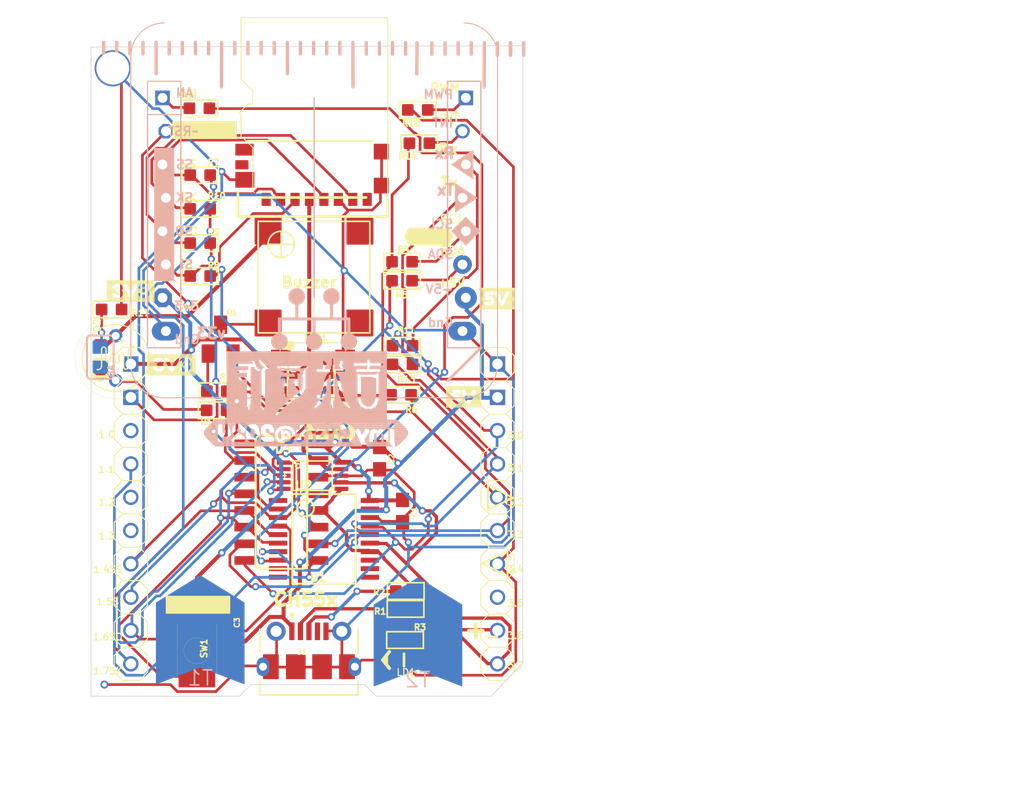
<source format=kicad_pcb>
(kicad_pcb (version 20240108) (generator "pcbnew") (generator_version "8.0")
  (layers (0 "F.Cu" signal) (31 "B.Cu" signal) (34 "B.Paste" user) (35 "F.Paste" user) (36 "B.SilkS" user "B.Silkscreen") (37 "F.SilkS" user "F.Silkscreen") (38 "B.Mask" user) (39 "F.Mask" user) (44 "Edge.Cuts" user))
  (net 0 "")
  (net 1 "GND")
  (net 2 "N$1")
  (net 3 "N$11")
  (net 4 "AD2")
  (net 5 "N$13")
  (net 6 "#DO")
  (net 7 "NEO_DI")
  (net 8 "N$14")
  (net 9 "#4VO")
  (net 10 "AN")
  (net 11 "PWM")
  (net 12 "INT")
  (net 13 "P3.7/USB_D-")
  (net 14 "P3.6/USB_D+")
  (net 15 "P1.4/A1/SS")
  (net 16 "P1.5/MOSI/T3")
  (net 17 "P1.6/MISO")
  (net 18 "P1.7/SCK")
  (net 19 "P3.4/RXD1/PWM2")
  (net 20 "P3.2/A3/TXD1")
  (net 21 "P3.1/PWM1/TX")
  (net 22 "P3.0/PWM0/RX")
  (net 23 "RST")
  (net 24 "LED")
  (net 25 "V33")
  (net 26 "P3.3/INT1")
  (net 27 "P1.1/A0/T1")
  (net 28 "#D-")
  (net 29 "#D+")
  (net 30 "USB5V")
  (net 31 "P1.5/MOSI/T2")
  (net 32 "P1.0")
  (net 33 "P1.2")
  (net 34 "P1.3")
  (net 35 "XXX")
  (net 36 "N$2")
  (net 37 "N$10")
  (net 38 "N$12")
  (net 39 "N$15")
  (net 40 "N$3")
  (net 41 "N$4")
  (net 42 "SS")
  (net 43 "MOSI")
  (net 44 "MISO")
  (net 45 "SK")
  (net 46 "RX")
  (net 47 "TX")
  (net 48 "SCL")
  (net 49 "SDA")
  (footprint "mBusCH55x:#RESET#2052_37869809" (layer "F.Cu") (at 137.4081 122.8306)
    (property "Reference" "LB2" (hide yes))
    (property "Value" "#RESET#2052" (hide yes))
  )
  (footprint "mBusCH55x:MBUSUSB55X_MY_IC_SO16" (layer "F.Cu") (at 146.5541 115.0066 -90)
    (property "Reference" "U3")
    (property "Value" "CH552G")
  )
  (footprint "mBusCH55x:5V0" (layer "F.Cu") (at 161.1191 99.4806)
    (property "Reference" "U$4" (hide yes))
    (property "Value" "5V0" (hide yes))
  )
  (footprint "mBusCH55x:MBUSPICOWROOM_MOLEX_0475710001" (layer "F.Cu") (at 148.9421 90.503604 180)
    (property "Reference" "J2" (hide yes))
    (property "Value" "MBUSPICOWROOM_TF0475710001")
  )
  (footprint "mBusCH55x:MSOP10" (layer "F.Cu") (at 148.9301 112.9886 -90)
    (property "Reference" "U2")
    (property "Value" "CH552E")
  )
  (footprint "mBusCH55x:MBUSUSB55X_C0603" (layer "F.Cu") (at 143.2271 126.5576 -90)
    (property "Reference" "C3")
    (property "Value" "1uF")
  )
  (footprint "mBusCH55x:MBUSUSB55X_R0603" (layer "F.Cu") (at 140.3641 95.2516 -90)
    (property "Reference" "R9")
    (property "Value" "330")
  )
  (footprint "mBusCH55x:MBUSSTM32_PICOMATE_WS2813-50503535" (layer "F.Cu") (at 148.8321 105.3576)
    (property "Reference" "LED1")
    (property "Value" "WS2813_3535")
  )
  (footprint "mBusCH55x:MBUSUSB55X_R0603" (layer "F.Cu") (at 140.3061 84.9726 90)
    (property "Reference" "R12")
    (property "Value" "1K")
  )
  (footprint "mBusCH55x:1X10" (layer "F.Cu") (at 163.0211 115.9036 -90)
    (property "Reference" "JP1" (hide yes))
    (property "Value" "")
  )
  (footprint "mBusCH55x:MBUSUSB55X_R0603" (layer "F.Cu") (at 140.3641 97.7616 -90)
    (property "Reference" "R8")
    (property "Value" "330")
  )
  (footprint "mBusCH55x:MBUSUSB55X_R0603" (layer "F.Cu") (at 156.0131 123.1436 90)
    (property "Reference" "R1")
    (property "Value" "33 Ohm")
  )
  (footprint "mBusCH55x:MBUSUSB55X_R0603" (layer "F.Cu") (at 157.0701 87.6396 -90)
    (property "Reference" "R14")
    (property "Value" "1K")
  )
  (footprint "mBusCH55x:SSOP20" (layer "F.Cu") (at 149.7971 117.8036 -90)
    (property "Reference" "U1")
    (property "Value" "CH559T (SSOP20)")
  )
  (footprint "mBusCH55x:MBUSPICO_3V30" (layer "F.Cu") (at 132.7291 98.9046)
    (property "Reference" "LB12" (hide yes))
    (property "Value" "MBUSPICO_3V30" (hide yes))
  )
  (footprint "mBusCH55x:MBUSUSB55X_R0603" (layer "F.Cu") (at 155.7481 96.6746 -90)
    (property "Reference" "R4")
    (property "Value" "33")
  )
  (footprint "mBusCH55x:JIMMYCRAFT" (layer "F.Cu") (at 142.3381 108.9756)
    (property "Reference" "LOGO1" (hide yes))
    (property "Value" "JIMMYCRAFT" (hide yes))
  )
  (footprint "mBusCH55x:MBUSSTM32_LED-0603" (layer "F.Cu") (at 132.7631 103.9526 -90)
    (property "Reference" "LD2")
    (property "Value" "GREEN")
  )
  (footprint "mBusCH55x:MBUSUSB55X_R0603" (layer "F.Cu") (at 140.3641 92.6416 -90)
    (property "Reference" "R10")
    (property "Value" "330")
  )
  (footprint "mBusCH55x:MBUSUSB55X_R0603" (layer "F.Cu") (at 155.7811 103.0806 90)
    (property "Reference" "R11")
    (property "Value" "330")
  )
  (footprint "mBusCH55x:MBUSSTM32_R0603" (layer "F.Cu") (at 133.6161 100.3106 90)
    (property "Reference" "R17")
    (property "Value" "10K")
  )
  (footprint "mBusCH55x:5V0" (layer "F.Cu") (at 158.5791 106.9736)
    (property "Reference" "U$1" (hide yes))
    (property "Value" "5V0" (hide yes))
  )
  (footprint "mBusCH55x:MBUSUSB55X_R0603" (layer "F.Cu") (at 156.9431 85.0996 90)
    (property "Reference" "R18")
    (property "Value" "330")
  )
  (footprint "mBusCH55x:MBUSUSB55X_C0603" (layer "F.Cu") (at 154.0401 111.6506 -90)
    (property "Reference" "C2")
    (property "Value" "0.1uF")
  )
  (footprint "mBusCH55x:MBUSUSB55X_C0603" (layer "F.Cu") (at 155.7841 115.6806 -90)
    (property "Reference" "C1")
    (property "Value" "0.1uF")
  )
  (footprint "mBusCH55x:MBUSSTM32_SOT23" (layer "F.Cu") (at 141.9231 102.5766)
    (property "Reference" "Q1")
    (property "Value" "MBUSSTM32_BSS123")
  )
  (footprint "mBusCH55x:3V30_43170660" (layer "F.Cu") (at 135.8611 104.5306)
    (property "Reference" "LB3" (hide yes))
    (property "Value" "3V30" (hide yes))
  )
  (footprint "mBusCH55x:3V30_43170660" (layer "F.Cu") (at 147.9261 109.3566)
    (property "Reference" "LB1" (hide yes))
    (property "Value" "3V30" (hide yes))
  )
  (footprint "mBusCH55x:2.75_2.5_43069666" (layer "F.Cu") (at 133.7021 81.9246)
    (property "Reference" "H1" (hide yes))
    (property "Value" "2.75/2.52.75/2.5")
  )
  (footprint "mBusCH55x:MBUSSTM32_R0603" (layer "F.Cu") (at 141.6201 108.0016 90)
    (property "Reference" "R16")
    (property "Value" "1K")
  )
  (footprint "mBusCH55x:MBUSUSB55X_MOLEX_1050170001" (layer "F.Cu") (at 148.6511 127.2036)
    (property "Reference" "J1")
    (property "Value" "microUSB")
  )
  (footprint "mBusCH55x:#RESET#2052_37869809" (layer "F.Cu") (at 137.9161 86.6356)
    (property "Reference" "LB5" (hide yes))
    (property "Value" "#RESET#2052" (hide yes))
  )
  (footprint "mBusCH55x:1X10" (layer "F.Cu") (at 135.0811 115.9036 -90)
    (property "Reference" "JP2" (hide yes))
    (property "Value" "")
  )
  (footprint "mBusCH55x:MBUSSTM32_R0603" (layer "F.Cu") (at 141.6371 106.5476 90)
    (property "Reference" "R15")
    (property "Value" "330Ohm")
  )
  (footprint "mBusCH55x:MBUSUSB55X_R0603" (layer "F.Cu") (at 155.9751 125.5196 -90)
    (property "Reference" "R3")
    (property "Value" "1K")
  )
  (footprint "mBusCH55x:#I2C#2047_43069666" (layer "F.Cu") (at 155.9271 94.7516)
    (property "Reference" "LB4" (hide yes))
    (property "Value" "#I2C#2047" (hide yes))
  )
  (footprint "mBusCH55x:MBUSSTM32_T0-46-A10XX" (layer "F.Cu") (at 133.9291 104.0216 -90)
    (property "Reference" "PH1" (hide yes))
    (property "Value" "DNP/A1050_09/5mmLED")
  )
  (footprint "mBusCH55x:MBUSSTM32_MIKROBUS" (layer "F.Cu") (at 149.0511 91.8036)
    (property "Reference" "MB1" (hide yes))
    (property "Value" "MBUSSTM32_MIKROBUS" (hide yes))
  )
  (footprint "mBusCH55x:MBUSUSB55X_R0603" (layer "F.Cu") (at 155.6731 106.8166 -90)
    (property "Reference" "R6")
    (property "Value" "330")
  )
  (footprint "mBusCH55x:MBUSUSB55X_R0603" (layer "F.Cu") (at 140.3641 90.0656 -90)
    (property "Reference" "R7")
    (property "Value" "330")
  )
  (footprint "mBusCH55x:MBUSUSB55X_LED-0603" (layer "F.Cu") (at 156.0541 127.0416 180)
    (property "Reference" "LD1")
    (property "Value" "GREEN")
  )
  (footprint "mBusCH55x:MBUSUSB55X_PICOMATE_SPST4X3" (layer "F.Cu") (at 140.1161 126.3306 90)
    (property "Reference" "SW1")
    (property "Value" "TACT4X3" (hide yes))
  )
  (footprint "mBusCH55x:MBUSSTM32_SMT-8585-BUZZER" (layer "F.Cu") (at 149.0401 97.8466 -90)
    (property "Reference" "BZ1" (hide yes))
    (property "Value" "MBUSSTM32_BUZZER" (hide yes))
  )
  (footprint "mBusCH55x:MBUSUSB55X_R0603" (layer "F.Cu") (at 156.0291 121.7816 90)
    (property "Reference" "R2")
    (property "Value" "33 Ohm")
  )
  (footprint "mBusCH55x:MBUSUSB55X_R0603" (layer "F.Cu") (at 155.7481 98.1226 -90)
    (property "Reference" "R5")
    (property "Value" "33")
  )
  (footprint "mBusCH55x:MBUSUSB55X_R0603" (layer "F.Cu") (at 155.7811 104.5016 90)
    (property "Reference" "R13")
    (property "Value" "330")
  )
  (footprint "mBusCH55x:DVPGDI_CAP_SENSE" (layer "B.Cu") (at 140.3693 123.9696 90)
    (property "Reference" "T1")
    (property "Value" "")
  )
  (footprint "mBusCH55x:DVPGDI_CAP_SENSE" (layer "B.Cu") (at 156.9591 124.1306 90)
    (property "Reference" "T2")
    (property "Value" "")
  )
  (footprint "mBusCH55x:JMYCRAFT#20240_43069666" (layer "B.Cu") (at 156.3081 109.7376 180)
    (property "Reference" "$1_10_$_2024-07-29_05-42-51" (hide yes))
    (property "Value" "JMYCRAFT#20240" (hide yes))
  )
  (footprint "mBusCH55x:MBUSSTM32_SJ" (layer "B.Cu") (at 132.7511 103.9456 90)
    (property "Reference" "SJ1" (hide yes))
    (property "Value" "DNP")
  )
  (gr_line (start 134.0051 79.9476) (end 134.0051 80.8316) (stroke (width 0.254)) (layer "B.SilkS"))
  (gr_line (start 141.0051 79.9476) (end 141.0051 80.8316) (stroke (width 0.254)) (layer "B.SilkS"))
  (gr_line (start 140.0051 79.9476) (end 140.0051 80.8316) (stroke (width 0.254)) (layer "B.SilkS"))
  (gr_line (start 158.0191 79.9696) (end 158.0191 80.8536) (stroke (width 0.254)) (layer "B.SilkS"))
  (gr_line (start 138.0051 79.9476) (end 138.0051 80.8316) (stroke (width 0.254)) (layer "B.SilkS"))
  (gr_line (start 135.0051 79.9476) (end 135.0051 80.8316) (stroke (width 0.254)) (layer "B.SilkS"))
  (gr_line (start 159.0191 79.9696) (end 159.0191 80.8536) (stroke (width 0.254)) (layer "B.SilkS"))
  (gr_line (start 149.0051 79.9476) (end 149.0051 80.8316) (stroke (width 0.254)) (layer "B.SilkS"))
  (gr_line (start 136.0051 79.9476) (end 136.0051 80.8316) (stroke (width 0.254)) (layer "B.SilkS"))
  (gr_line (start 161.0191 79.9696) (end 161.0191 80.8536) (stroke (width 0.254)) (layer "B.SilkS"))
  (gr_line (start 145.0051 79.9476) (end 145.0051 80.8316) (stroke (width 0.254)) (layer "B.SilkS"))
  (gr_line (start 150.0051 79.9476) (end 150.0051 80.8316) (stroke (width 0.254)) (layer "B.SilkS"))
  (gr_line (start 164.0191 79.9696) (end 164.0191 80.8536) (stroke (width 0.254)) (layer "B.SilkS"))
  (gr_line (start 156.8921 79.9696) (end 156.8699 82.3536) (stroke (width 0.254)) (layer "B.SilkS"))
  (gr_line (start 160.0191 79.9696) (end 160.0191 80.8536) (stroke (width 0.254)) (layer "B.SilkS"))
  (gr_line (start 147.0051 79.9476) (end 147.0083 82.3316) (stroke (width 0.254)) (layer "B.SilkS"))
  (gr_line (start 156.0191 79.9696) (end 156.0191 80.8536) (stroke (width 0.254)) (layer "B.SilkS"))
  (gr_line (start 142.0051 79.9476) (end 141.9829 83.3316) (stroke (width 0.254)) (layer "B.SilkS"))
  (gr_line (start 165.0191 79.9696) (end 165.0191 80.8536) (stroke (width 0.254)) (layer "B.SilkS"))
  (gr_line (start 139.0051 79.9476) (end 139.0051 80.8316) (stroke (width 0.254)) (layer "B.SilkS"))
  (gr_line (start 137.0051 79.9476) (end 137.0083 82.3316) (stroke (width 0.254)) (layer "B.SilkS"))
  (gr_line (start 151.0051 79.9476) (end 151.0051 80.8316) (stroke (width 0.254)) (layer "B.SilkS"))
  (gr_line (start 164.0051 80.0476) (end 164.0051 80.9316) (stroke (width 0.254)) (layer "B.SilkS"))
  (gr_line (start 152.0051 79.9476) (end 152.0083 83.3316) (stroke (width 0.254)) (layer "B.SilkS"))
  (gr_line (start 153.0191 79.9696) (end 153.0191 80.8536) (stroke (width 0.254)) (layer "B.SilkS"))
  (gr_line (start 162.0191 79.9696) (end 161.9969 83.3536) (stroke (width 0.254)) (layer "B.SilkS"))
  (gr_line (start 148.0051 79.9476) (end 148.0051 80.8316) (stroke (width 0.254)) (layer "B.SilkS"))
  (gr_line (start 146.0051 79.9476) (end 146.0051 80.8316) (stroke (width 0.254)) (layer "B.SilkS"))
  (gr_line (start 155.0191 79.9696) (end 155.0191 80.8536) (stroke (width 0.254)) (layer "B.SilkS"))
  (gr_line (start 163.0191 79.9696) (end 163.0191 80.8536) (stroke (width 0.254)) (layer "B.SilkS"))
  (gr_line (start 163.0051 80.0476) (end 163.0051 80.9316) (stroke (width 0.254)) (layer "B.SilkS"))
  (gr_line (start 165.0051 80.0476) (end 165.0051 80.9316) (stroke (width 0.254)) (layer "B.SilkS"))
  (gr_line (start 154.0191 79.9696) (end 154.0191 80.8536) (stroke (width 0.254)) (layer "B.SilkS"))
  (gr_line (start 144.0051 79.9476) (end 144.0051 80.8316) (stroke (width 0.254)) (layer "B.SilkS"))
  (gr_line (start 143.0051 79.9476) (end 143.0051 80.8316) (stroke (width 0.254)) (layer "B.SilkS"))
  (gr_line (start 133.0051 79.9476) (end 133.0051 80.8316) (stroke (width 0.254)) (layer "B.SilkS"))
  (gr_line (start 163.7851 118.7636) (end 161.8801 119.6526) (stroke (width 0.1524)) (layer "F.SilkS"))
  (gr_line (start 161.8801 119.6526) (end 163.7851 120.6686) (stroke (width 0.1524)) (layer "F.SilkS"))
  (gr_line (start 164.1981 114.6816) (end 162.2931 113.6656) (stroke (width 0.1524)) (layer "F.SilkS"))
  (gr_line (start 162.2931 115.5706) (end 164.1981 114.6816) (stroke (width 0.1524)) (layer "F.SilkS"))
  (gr_line (start 163.7851 120.6686) (end 163.7851 118.7636) (stroke (width 0.1524)) (layer "F.SilkS"))
  (gr_line (start 162.2931 113.6656) (end 162.2931 115.5706) (stroke (width 0.1524)) (layer "F.SilkS"))
  (gr_line (start 143.3541 129.8036) (end 144.2431 128.9146) (stroke (width 0.05)) (layer "Edge.Cuts"))
  (gr_line (start 132.0511 80.3036) (end 132.0511 129.8036) (stroke (width 0.05)) (layer "Edge.Cuts"))
  (gr_line (start 152.8791 128.9146) (end 153.7681 129.8036) (stroke (width 0.05)) (layer "Edge.Cuts"))
  (gr_line (start 132.0511 129.8036) (end 143.3541 129.8036) (stroke (width 0.05)) (layer "Edge.Cuts"))
  (gr_line (start 164.9441 127.2636) (end 164.9511 80.2036) (stroke (width 0.05)) (layer "Edge.Cuts"))
  (gr_line (start 162.5311 129.8036) (end 164.9441 127.2636) (stroke (width 0.05)) (layer "Edge.Cuts"))
  (gr_line (start 144.2431 128.9146) (end 152.8791 128.9146) (stroke (width 0.05)) (layer "Edge.Cuts"))
  (gr_line (start 153.7681 129.8036) (end 162.5311 129.8036) (stroke (width 0.05)) (layer "Edge.Cuts"))
  (gr_line (start 164.9511 80.2036) (end 132.0511 80.3036) (stroke (width 0.05)) (layer "Edge.Cuts"))
  (gr_text "AD" (at 133.8871 104.478596 -270) (layer "B.SilkS") (effects (font (size 0.499872 0.499872) (thickness 0.109728)) (justify left bottom mirror)))
  (gr_text "v33" (at 142.4241 102.6136 0) (layer "B.SilkS") (effects (font (size 0.8128 0.8128) (thickness 0.2032)) (justify left bottom mirror)))
  (gr_text "3.1" (at 163.7261 112.7126 0) (layer "F.SilkS") (effects (font (size 0.51816 0.51816) (thickness 0.09144)) (justify left bottom)))
  (gr_text "1.5SI" (at 134.4881 122.8956 0) (layer "F.SilkS") (effects (font (size 0.51816 0.51816) (thickness 0.09144)) (justify right bottom)))
  (gr_text "3.2" (at 163.7261 115.3126 0) (layer "F.SilkS") (effects (font (size 0.51816 0.51816) (thickness 0.09144)) (justify left bottom)))
  (gr_text "3.0" (at 163.7261 110.2126 0) (layer "F.SilkS") (effects (font (size 0.51816 0.51816) (thickness 0.09144)) (justify left bottom)))
  (gr_text "1.1" (at 133.9071 112.8126 0) (layer "F.SilkS") (effects (font (size 0.51816 0.51816) (thickness 0.09144)) (justify right bottom)))
  (gr_text "3.5" (at 163.7261 123.0126 0) (layer "F.SilkS") (effects (font (size 0.51816 0.51816) (thickness 0.09144)) (justify left bottom)))
  (gr_text "1.0" (at 133.9071 110.1586 0) (layer "F.SilkS") (effects (font (size 0.51816 0.51816) (thickness 0.09144)) (justify right bottom)))
  (gr_text "1.7SK" (at 134.5151 128.1736 0) (layer "F.SilkS") (effects (font (size 0.51816 0.51816) (thickness 0.09144)) (justify right bottom)))
  (gr_text "Buzzer" (at 146.4681 98.7366 0) (layer "F.SilkS") (effects (font (size 0.83312 0.83312) (thickness 0.18288)) (justify left bottom)))
  (gr_text "3.6" (at 163.7261 125.4856 0) (layer "F.SilkS") (effects (font (size 0.51816 0.51816) (thickness 0.09144)) (justify left bottom)))
  (gr_text "-" (at 162.0421 125.7036 0) (layer "F.SilkS") (effects (font (size 0.83312 0.83312) (thickness 0.18288)) (justify left bottom)))
  (gr_text "+" (at 133.9901 102.9596 0) (layer "F.SilkS") (effects (font (size 0.499872 0.499872) (thickness 0.109728)) (justify left bottom)))
  (gr_text "1.3" (at 133.9071 117.8856 0) (layer "F.SilkS") (effects (font (size 0.51816 0.51816) (thickness 0.09144)) (justify right bottom)))
  (gr_text "1.6SO" (at 134.5151 125.5846 0) (layer "F.SilkS") (effects (font (size 0.51816 0.51816) (thickness 0.09144)) (justify right bottom)))
  (gr_text "1.2" (at 133.9071 115.3126 0) (layer "F.SilkS") (effects (font (size 0.51816 0.51816) (thickness 0.09144)) (justify right bottom)))
  (gr_text "1.4SS" (at 134.5151 120.4396 0) (layer "F.SilkS") (effects (font (size 0.51816 0.51816) (thickness 0.09144)) (justify right bottom)))
  (gr_text "3.7" (at 163.7261 127.7586 0) (layer "F.SilkS") (effects (font (size 0.51816 0.51816) (thickness 0.09144)) (justify left bottom)))
  (gr_text "CH55x" (at 145.8011 123.0188 0) (layer "F.SilkS") (effects (font (size 1.016 1.016) (thickness 0.254)) (justify left bottom)))
  (gr_text "3.4" (at 163.7261 120.4126 0) (layer "F.SilkS") (effects (font (size 0.51816 0.51816) (thickness 0.09144)) (justify left bottom)))
  (gr_text "3.3" (at 163.7261 117.7856 0) (layer "F.SilkS") (effects (font (size 0.51816 0.51816) (thickness 0.09144)) (justify left bottom)))
  (gr_text "+" (at 160.3211 125.5246 0) (layer "F.SilkS") (effects (font (size 1.374648 1.374648) (thickness 0.301752)) (justify left bottom)))
  (segment (start 141.5634 129.448) (end 138.6297 129.448) (width 0.2032) (layer "F.Cu") (net 1))
  (segment (start 143.1636 127.8478) (end 141.5634 129.448) (width 0.2032) (layer "F.Cu") (net 1))
  (segment (start 150.4534 104.2893) (end 150.8979 103.8448) (width 0.2032) (layer "F.Cu") (net 1))
  (segment (start 133.7402 81.9754) (end 134.3625 82.5977) (width 0.2032) (layer "F.Cu") (net 1))
  (segment (start 150.0089 124.8252) (end 149.9511 124.8536) (width 0.2032) (layer "F.Cu") (net 1))
  (segment (start 151.6091 127.5811) (end 151.5511 127.5536) (width 0.2032) (layer "F.Cu") (net 1))
  (segment (start 154.9873 112.557) (end 156.6764 114.2461) (width 0.2032) (layer "F.Cu") (net 1))
  (segment (start 154.0094 112.557) (end 154.0401 112.5006) (width 0.2032) (layer "F.Cu") (net 1))
  (segment (start 154.0983 90.9543) (end 154.1671 90.868604) (width 0.2032) (layer "F.Cu") (net 1))
  (segment (start 145.2083 127.5811) (end 145.1511 127.5536) (width 0.2032) (layer "F.Cu") (net 1))
  (segment (start 160.4102 101.889) (end 162.9883 104.4671) (width 0.2032) (layer "F.Cu") (net 1))
  (segment (start 151.0757 113.0015) (end 151.1301 112.9886) (width 0.2032) (layer "F.Cu") (net 1))
  (segment (start 133.7402 81.9754) (end 133.7021 81.9246) (width 0.2032) (layer "F.Cu") (net 1))
  (segment (start 150.2756 105.2672) (end 150.3321 105.3576) (width 0.2032) (layer "F.Cu") (net 1))
  (segment (start 151.1646 113.0015) (end 152.6759 113.0015) (width 0.2032) (layer "F.Cu") (net 1))
  (segment (start 150.3645 105.3561) (end 150.3321 105.3576) (width 0.2032) (layer "F.Cu") (net 1))
  (segment (start 151.2535 103.7559) (end 151.2535 97.3551) (width 0.2032) (layer "F.Cu") (net 1))
  (segment (start 155.1651 127.0477) (end 155.1771 127.0416) (width 0.2032) (layer "F.Cu") (net 1))
  (segment (start 155.6985 116.3797) (end 155.7841 116.5306) (width 0.2032) (layer "F.Cu") (net 1))
  (segment (start 134.3625 82.5977) (end 134.3625 100.2888) (width 0.2032) (layer "F.Cu") (net 1))
  (segment (start 150.4534 104.2893) (end 150.3321 104.2576) (width 0.2032) (layer "F.Cu") (net 1))
  (segment (start 138.6297 129.448) (end 138.0963 128.9146) (width 0.2032) (layer "F.Cu") (net 1))
  (segment (start 147.6975 127.5811) (end 149.5644 127.5811) (width 0.2032) (layer "F.Cu") (net 1))
  (segment (start 145.1194 127.4922) (end 145.1511 127.5536) (width 0.2032) (layer "F.Cu") (net 1))
  (segment (start 154.1872 90.7765) (end 154.1671 90.868604) (width 0.2032) (layer "F.Cu") (net 1))
  (segment (start 151.2535 103.7559) (end 151.4091 103.7576) (width 0.2032) (layer "F.Cu") (net 1))
  (segment (start 154.0983 112.557) (end 154.0401 112.5006) (width 0.2032) (layer "F.Cu") (net 1))
  (segment (start 150.3645 105.2672) (end 150.3645 104.2893) (width 0.2032) (layer "F.Cu") (net 1))
  (segment (start 153.476 92.7323) (end 151.6091 92.7323) (width 0.2032) (layer "F.Cu") (net 1))
  (segment (start 143.697 90.4209) (end 143.7671 90.428604) (width 0.2032) (layer "F.Cu") (net 1))
  (segment (start 151.1646 127.4922) (end 151.5511 127.5536) (width 0.2032) (layer "F.Cu") (net 1))
  (segment (start 154.1872 90.7765) (end 154.1872 88.2873) (width 0.2032) (layer "F.Cu") (net 1))
  (segment (start 153.1204 112.557) (end 154.0094 112.557) (width 0.2032) (layer "F.Cu") (net 1))
  (segment (start 149.3866 113.0904) (end 149.4755 113.0015) (width 0.2032) (layer "F.Cu") (net 1))
  (segment (start 153.2982 116.2019) (end 153.2971 116.1786) (width 0.2032) (layer "F.Cu") (net 1))
  (segment (start 151.5202 127.5811) (end 151.5511 127.5536) (width 0.2032) (layer "F.Cu") (net 1))
  (segment (start 151.0757 124.8252) (end 151.1511 124.8536) (width 0.2032) (layer "F.Cu") (net 1))
  (segment (start 154.0983 90.9543) (end 154.0983 92.11) (width 0.2032) (layer "F.Cu") (net 1))
  (segment (start 154.1872 116.4686) (end 155.6985 116.4686) (width 0.2032) (layer "F.Cu") (net 1))
  (segment (start 150.3645 104.2893) (end 150.3321 104.2576) (width 0.2032) (layer "F.Cu") (net 1))
  (segment (start 149.3866 113.0904) (end 149.3735 113.1016) (width 0.2032) (layer "F.Cu") (net 1))
  (segment (start 151.6091 92.7323) (end 151.3424 92.4656) (width 0.2032) (layer "F.Cu") (net 1))
  (segment (start 134.3625 100.2888) (end 134.3781 100.3106) (width 0.2032) (layer "F.Cu") (net 1))
  (segment (start 143.1636 127.4922) (end 143.2271 127.4076) (width 0.2032) (layer "F.Cu") (net 1))
  (segment (start 151.5202 127.5811) (end 149.6533 127.5811) (width 0.2032) (layer "F.Cu") (net 1))
  (segment (start 151.1646 113.0015) (end 151.1301 112.9886) (width 0.2032) (layer "F.Cu") (net 1))
  (segment (start 154.1872 88.2873) (end 154.1671 88.278604) (width 0.2032) (layer "F.Cu") (net 1))
  (segment (start 145.7417 107.6675) (end 142.8969 104.8227) (width 0.2032) (layer "F.Cu") (net 1))
  (segment (start 152.0536 127.5811) (end 151.6091 127.5811) (width 0.2032) (layer "F.Cu") (net 1))
  (segment (start 145.7417 127.5811) (end 145.7511 127.5536) (width 0.2032) (layer "F.Cu") (net 1))
  (segment (start 156.2319 118.0688) (end 155.8763 117.7132) (width 0.2032) (layer "F.Cu") (net 1))
  (segment (start 147.6975 127.5811) (end 147.6511 127.5536) (width 0.2032) (layer "F.Cu") (net 1))
  (segment (start 154.0983 92.11) (end 153.476 92.7323) (width 0.2032) (layer "F.Cu") (net 1))
  (segment (start 152.2314 127.4922) (end 152.1511 127.5536) (width 0.2032) (layer "F.Cu") (net 1))
  (segment (start 149.5644 127.5811) (end 149.6511 127.5536) (width 0.2032) (layer "F.Cu") (net 1))
  (segment (start 152.0536 127.5811) (end 152.1511 127.5536) (width 0.2032) (layer "F.Cu") (net 1))
  (segment (start 142.8969 103.7559) (end 142.8731 103.6766) (width 0.2032) (layer "F.Cu") (net 1))
  (segment (start 151.3424 103.8448) (end 151.4091 103.7576) (width 0.2032) (layer "F.Cu") (net 1))
  (segment (start 145.2083 127.5811) (end 145.7417 127.5811) (width 0.2032) (layer "F.Cu") (net 1))
  (segment (start 146.1862 127.4922) (end 145.7511 127.5536) (width 0.2032) (layer "F.Cu") (net 1))
  (segment (start 150.2756 105.2672) (end 147.8753 107.6675) (width 0.2032) (layer "F.Cu") (net 1))
  (segment (start 155.6985 116.4686) (end 155.7841 116.5306) (width 0.2032) (layer "F.Cu") (net 1))
  (segment (start 151.6091 92.8212) (end 151.6091 92.7323) (width 0.2032) (layer "F.Cu") (net 1))
  (segment (start 156.6764 115.4018) (end 155.6985 116.3797) (width 0.2032) (layer "F.Cu") (net 1))
  (segment (start 162.9883 104.4671) (end 163.0211 104.4736) (width 0.2032) (layer "F.Cu") (net 1))
  (segment (start 160.4102 101.889) (end 160.3541 101.9636) (width 0.2032) (layer "F.Cu") (net 1))
  (segment (start 145.8306 127.5811) (end 145.7511 127.5536) (width 0.2032) (layer "F.Cu") (net 1))
  (segment (start 151.1646 124.9141) (end 151.1511 124.8536) (width 0.2032) (layer "F.Cu") (net 1))
  (segment (start 152.2314 127.4922) (end 152.6759 127.0477) (width 0.2032) (layer "F.Cu") (net 1))
  (segment (start 149.4755 113.0015) (end 151.0757 113.0015) (width 0.2032) (layer "F.Cu") (net 1))
  (segment (start 150.8979 103.8448) (end 151.3424 103.8448) (width 0.2032) (layer "F.Cu") (net 1))
  (segment (start 151.2535 97.3551) (end 151.2535 93.1768) (width 0.2032) (layer "F.Cu") (net 1))
  (segment (start 153.2982 116.2019) (end 153.9205 116.2019) (width 0.2032) (layer "F.Cu") (net 1))
  (segment (start 143.2525 127.4922) (end 145.1194 127.4922) (width 0.2032) (layer "F.Cu") (net 1))
  (segment (start 152.6759 127.0477) (end 155.1651 127.0477) (width 0.2032) (layer "F.Cu") (net 1))
  (segment (start 155.8763 116.5575) (end 155.7841 116.5306) (width 0.2032) (layer "F.Cu") (net 1))
  (segment (start 142.6302 90.4209) (end 143.697 90.4209) (width 0.2032) (layer "F.Cu") (net 1))
  (segment (start 143.1636 127.4922) (end 143.1636 127.8478) (width 0.2032) (layer "F.Cu") (net 1))
  (segment (start 150.3645 105.2672) (end 150.3321 105.3576) (width 0.2032) (layer "F.Cu") (net 1))
  (segment (start 145.8306 127.5811) (end 147.6086 127.5811) (width 0.2032) (layer "F.Cu") (net 1))
  (segment (start 142.8969 104.8227) (end 142.8969 103.7559) (width 0.2032) (layer "F.Cu") (net 1))
  (segment (start 154.0983 112.557) (end 154.9873 112.557) (width 0.2032) (layer "F.Cu") (net 1))
  (segment (start 146.1862 124.9141) (end 146.1511 124.8536) (width 0.2032) (layer "F.Cu") (net 1))
  (segment (start 151.3424 105.3561) (end 151.4091 105.3576) (width 0.2032) (layer "F.Cu") (net 1))
  (segment (start 151.1646 127.4922) (end 151.1646 124.9141) (width 0.2032) (layer "F.Cu") (net 1))
  (segment (start 138.0963 128.9146) (end 133.0671 128.9146) (width 0.2032) (layer "F.Cu") (net 1))
  (segment (start 142.0079 89.7986) (end 142.6302 90.4209) (width 0.2032) (layer "F.Cu") (net 1))
  (segment (start 151.2535 93.1768) (end 151.6091 92.8212) (width 0.2032) (layer "F.Cu") (net 1))
  (segment (start 151.3424 92.4656) (end 151.3424 92.3767) (width 0.2032) (layer "F.Cu") (net 1))
  (segment (start 152.6759 113.0015) (end 153.1204 112.557) (width 0.2032) (layer "F.Cu") (net 1))
  (segment (start 150.8979 91.9322) (end 150.8921 91.918604) (width 0.2032) (layer "F.Cu") (net 1))
  (segment (start 147.8753 107.6675) (end 145.7417 107.6675) (width 0.2032) (layer "F.Cu") (net 1))
  (segment (start 156.6764 114.2461) (end 156.6764 115.4018) (width 0.2032) (layer "F.Cu") (net 1))
  (segment (start 151.3424 105.3561) (end 150.3645 105.3561) (width 0.2032) (layer "F.Cu") (net 1))
  (segment (start 147.6086 127.5811) (end 147.6511 127.5536) (width 0.2032) (layer "F.Cu") (net 1))
  (segment (start 153.9205 116.2019) (end 154.1872 116.4686) (width 0.2032) (layer "F.Cu") (net 1))
  (segment (start 146.1862 127.4922) (end 146.1862 124.9141) (width 0.2032) (layer "F.Cu") (net 1))
  (segment (start 149.6533 127.5811) (end 149.6511 127.5536) (width 0.2032) (layer "F.Cu") (net 1))
  (segment (start 151.3424 97.3551) (end 151.2535 97.3551) (width 0.2032) (layer "F.Cu") (net 1))
  (segment (start 143.2525 127.4922) (end 143.2271 127.4076) (width 0.2032) (layer "F.Cu") (net 1))
  (segment (start 155.8763 117.7132) (end 155.8763 116.5575) (width 0.2032) (layer "F.Cu") (net 1))
  (segment (start 151.0757 124.8252) (end 150.0089 124.8252) (width 0.2032) (layer "F.Cu") (net 1))
  (segment (start 151.3424 92.3767) (end 150.8979 91.9322) (width 0.2032) (layer "F.Cu") (net 1))
  (via (at 133.0671 128.9146) (size 0.604) (drill 0.35) (layers "F.Cu" "B.Cu") (net 1))
  (via (at 142.0079 89.7986) (size 0.554) (drill 0.3) (layers "F.Cu" "B.Cu") (net 1))
  (via (at 151.3424 97.3551) (size 0.554) (drill 0.3) (layers "F.Cu" "B.Cu") (net 1))
  (via (at 156.2319 118.0688) (size 0.554) (drill 0.3) (layers "F.Cu" "B.Cu") (net 1))
  (segment (start 151.1646 124.8252) (end 151.1511 124.8536) (width 0.2032) (layer "B.Cu") (net 1))
  (segment (start 151.1646 124.8252) (end 156.2319 119.7579) (width 0.2032) (layer "B.Cu") (net 1))
  (segment (start 137.7407 95.8438) (end 137.5629 95.8438) (width 0.2032) (layer "B.Cu") (net 1))
  (segment (start 136.7628 84.998) (end 137.2073 84.998) (width 0.2032) (layer "B.Cu") (net 1))
  (segment (start 137.5629 95.8438) (end 136.0516 97.3551) (width 0.2032) (layer "B.Cu") (net 1))
  (segment (start 156.2319 118.4244) (end 156.2319 118.0688) (width 0.2032) (layer "B.Cu") (net 1))
  (segment (start 160.3213 101.889) (end 160.3541 101.9636) (width 0.2032) (layer "B.Cu") (net 1))
  (segment (start 163.0772 104.556) (end 163.0211 104.4736) (width 0.2032) (layer "B.Cu") (net 1))
  (segment (start 151.3424 97.3551) (end 151.38685 97.31065) (width 0.2032) (layer "B.Cu") (net 1))
  (segment (start 142.0079 89.7986) (end 142.0079 91.5766) (width 0.2032) (layer "B.Cu") (net 1))
  (segment (start 156.2319 119.7579) (end 156.2319 118.4244) (width 0.2032) (layer "B.Cu") (net 1))
  (segment (start 163.0772 104.556) (end 164.2329 105.7117) (width 0.2032) (layer "B.Cu") (net 1))
  (segment (start 142.0079 91.5766) (end 145.6528 91.5766) (width 0.2032) (layer "B.Cu") (net 1))
  (segment (start 133.7402 81.9754) (end 136.7628 84.998) (width 0.2032) (layer "B.Cu") (net 1))
  (segment (start 145.6528 91.5766) (end 151.38685 97.31065) (width 0.2032) (layer "B.Cu") (net 1))
  (segment (start 164.2329 117.7132) (end 163.5217 118.4244) (width 0.2032) (layer "B.Cu") (net 1))
  (segment (start 136.0516 100.0221) (end 137.7407 101.7112) (width 0.2032) (layer "B.Cu") (net 1))
  (segment (start 137.7407 101.889) (end 137.7481 101.9636) (width 0.2032) (layer "B.Cu") (net 1))
  (segment (start 164.2329 105.7117) (end 164.2329 117.7132) (width 0.2032) (layer "B.Cu") (net 1))
  (segment (start 137.2073 84.998) (end 142.0079 89.7986) (width 0.2032) (layer "B.Cu") (net 1))
  (segment (start 163.5217 118.4244) (end 156.2319 118.4244) (width 0.2032) (layer "B.Cu") (net 1))
  (segment (start 133.7402 81.9754) (end 133.7021 81.9246) (width 0.2032) (layer "B.Cu") (net 1))
  (segment (start 155.9652 101.889) (end 160.3213 101.889) (width 0.2032) (layer "B.Cu") (net 1))
  (segment (start 151.38685 97.31065) (end 155.9652 101.889) (width 0.2032) (layer "B.Cu") (net 1))
  (segment (start 137.7407 101.7112) (end 137.7407 101.889) (width 0.2032) (layer "B.Cu") (net 1))
  (segment (start 142.0079 91.5766) (end 137.7407 95.8438) (width 0.2032) (layer "B.Cu") (net 1))
  (segment (start 136.0516 97.3551) (end 136.0516 100.0221) (width 0.2032) (layer "B.Cu") (net 1))
  (segment (start 145.475 101.3556) (end 145.3861 101.4445) (width 0.2032) (layer "F.Cu") (net 2))
  (segment (start 145.3861 101.4445) (end 142.0079 101.4445) (width 0.2032) (layer "F.Cu") (net 2))
  (segment (start 145.475 101.3556) (end 145.5401 101.3466) (width 0.2032) (layer "F.Cu") (net 2))
  (segment (start 142.0079 101.4445) (end 141.9231 101.4766) (width 0.2032) (layer "F.Cu") (net 2))
  (segment (start 140.9411 106.5118) (end 140.8751 106.5476) (width 0.2032) (layer "F.Cu") (net 3))
  (segment (start 140.9411 103.7559) (end 140.9411 106.5118) (width 0.2032) (layer "F.Cu") (net 3))
  (segment (start 140.9411 103.7559) (end 140.9731 103.6766) (width 0.2032) (layer "F.Cu") (net 3))
  (segment (start 132.8512 104.9116) (end 132.7631 104.8296) (width 0.2032) (layer "F.Cu") (net 4))
  (segment (start 134.0069 105.8006) (end 135.4293 105.8006) (width 0.2032) (layer "F.Cu") (net 4))
  (segment (start 133.8291 105.7117) (end 133.9291 105.7216) (width 0.2032) (layer "F.Cu") (net 4))
  (segment (start 134.0069 105.8006) (end 133.9291 105.7216) (width 0.2032) (layer "F.Cu") (net 4))
  (segment (start 135.4293 105.8006) (end 137.5629 107.9342) (width 0.2032) (layer "F.Cu") (net 4))
  (segment (start 133.029 104.9116) (end 132.8512 104.9116) (width 0.2032) (layer "F.Cu") (net 4))
  (segment (start 133.8291 105.7117) (end 133.029 104.9116) (width 0.2032) (layer "F.Cu") (net 4))
  (segment (start 140.8522 107.9342) (end 140.8581 108.0016) (width 0.2032) (layer "F.Cu") (net 4))
  (segment (start 137.5629 107.9342) (end 140.8522 107.9342) (width 0.2032) (layer "F.Cu") (net 4))
  (segment (start 132.7623 104.7338) (end 132.7511 104.7076) (width 0.2032) (layer "B.Cu") (net 4))
  (segment (start 132.9401 104.7338) (end 132.7623 104.7338) (width 0.2032) (layer "B.Cu") (net 4))
  (segment (start 133.918 105.7117) (end 133.9291 105.7216) (width 0.2032) (layer "B.Cu") (net 4))
  (segment (start 133.918 105.7117) (end 132.9401 104.7338) (width 0.2032) (layer "B.Cu") (net 4))
  (segment (start 132.8512 102.0668) (end 132.8512 100.3777) (width 0.2032) (layer "F.Cu") (net 5))
  (segment (start 132.8512 100.3777) (end 132.8541 100.3106) (width 0.2032) (layer "F.Cu") (net 5))
  (via (at 132.8512 102.0668) (size 0.554) (drill 0.3) (layers "F.Cu" "B.Cu") (net 5))
  (segment (start 132.7623 103.1336) (end 132.7511 103.1836) (width 0.2032) (layer "B.Cu") (net 5))
  (segment (start 132.8512 103.0447) (end 132.8512 102.0668) (width 0.2032) (layer "B.Cu") (net 5))
  (segment (start 132.7623 103.1336) (end 132.8512 103.0447) (width 0.2032) (layer "B.Cu") (net 5))
  (segment (start 147.253 106.5118) (end 147.3321 106.4576) (width 0.2032) (layer "F.Cu") (net 6))
  (segment (start 146.9863 106.5118) (end 147.253 106.5118) (width 0.2032) (layer "F.Cu") (net 6))
  (segment (start 146.5418 106.9563) (end 146.5091 106.9576) (width 0.2032) (layer "F.Cu") (net 6))
  (segment (start 146.5418 106.9563) (end 146.9863 106.5118) (width 0.2032) (layer "F.Cu") (net 6))
  (segment (start 150.8979 106.5118) (end 150.3645 106.5118) (width 0.2032) (layer "F.Cu") (net 7))
  (segment (start 151.4313 106.9563) (end 151.4091 106.9576) (width 0.2032) (layer "F.Cu") (net 7))
  (segment (start 151.5202 106.8674) (end 154.8984 106.8674) (width 0.2032) (layer "F.Cu") (net 7))
  (segment (start 151.3424 106.9563) (end 150.8979 106.5118) (width 0.2032) (layer "F.Cu") (net 7))
  (segment (start 154.8984 106.8674) (end 154.9111 106.8166) (width 0.2032) (layer "F.Cu") (net 7))
  (segment (start 150.3645 106.5118) (end 150.3321 106.4576) (width 0.2032) (layer "F.Cu") (net 7))
  (segment (start 151.3424 106.9563) (end 151.4091 106.9576) (width 0.2032) (layer "F.Cu") (net 7))
  (segment (start 151.4313 106.9563) (end 151.5202 106.8674) (width 0.2032) (layer "F.Cu") (net 7))
  (segment (start 146.8974 104.2004) (end 147.253 104.2004) (width 0.2032) (layer "F.Cu") (net 8))
  (segment (start 146.5418 103.8448) (end 146.5091 103.7576) (width 0.2032) (layer "F.Cu") (net 8))
  (segment (start 146.5418 103.8448) (end 146.8974 104.2004) (width 0.2032) (layer "F.Cu") (net 8))
  (segment (start 147.253 104.2004) (end 147.3321 104.2576) (width 0.2032) (layer "F.Cu") (net 8))
  (segment (start 134.0069 102.2446) (end 135.4293 100.8222) (width 0.3048) (layer "F.Cu") (net 9))
  (segment (start 132.8512 103.0447) (end 132.7631 103.0756) (width 0.3048) (layer "F.Cu") (net 9))
  (segment (start 133.918 102.3335) (end 133.2068 103.0447) (width 0.3048) (layer "F.Cu") (net 9))
  (segment (start 145.475 94.777) (end 145.475 94.4214) (width 0.3048) (layer "F.Cu") (net 9))
  (segment (start 133.2068 103.0447) (end 132.8512 103.0447) (width 0.3048) (layer "F.Cu") (net 9))
  (segment (start 135.4293 100.8222) (end 139.4298 100.8222) (width 0.3048) (layer "F.Cu") (net 9))
  (segment (start 133.918 102.3335) (end 133.9291 102.3216) (width 0.3048) (layer "F.Cu") (net 9))
  (segment (start 139.4298 100.8222) (end 145.475 94.777) (width 0.3048) (layer "F.Cu") (net 9))
  (segment (start 145.475 94.4214) (end 145.5401 94.3466) (width 0.3048) (layer "F.Cu") (net 9))
  (segment (start 134.0069 102.2446) (end 133.9291 102.3216) (width 0.3048) (layer "F.Cu") (net 9))
  (segment (start 139.5187 84.9091) (end 139.5441 84.9726) (width 0.2032) (layer "F.Cu") (net 10))
  (segment (start 137.5629 84.1979) (end 138.2741 84.9091) (width 0.2032) (layer "F.Cu") (net 10))
  (segment (start 137.5629 84.1979) (end 137.4941 84.1836) (width 0.2032) (layer "F.Cu") (net 10))
  (segment (start 138.2741 84.9091) (end 139.5187 84.9091) (width 0.2032) (layer "F.Cu") (net 10))
  (segment (start 160.588 84.1979) (end 160.6081 84.1836) (width 0.2032) (layer "F.Cu") (net 11))
  (segment (start 159.699 85.0869) (end 157.7432 85.0869) (width 0.2032) (layer "F.Cu") (net 11))
  (segment (start 157.7432 85.0869) (end 157.7051 85.0996) (width 0.2032) (layer "F.Cu") (net 11))
  (segment (start 160.588 84.1979) (end 159.699 85.0869) (width 0.2032) (layer "F.Cu") (net 11))
  (segment (start 160.3213 86.776) (end 160.3541 86.7236) (width 0.2032) (layer "F.Cu") (net 12))
  (segment (start 159.5212 87.5761) (end 157.8321 87.5761) (width 0.2032) (layer "F.Cu") (net 12))
  (segment (start 157.8321 87.5761) (end 157.8321 87.6396) (width 0.2032) (layer "F.Cu") (net 12))
  (segment (start 160.3213 86.776) (end 159.5212 87.5761) (width 0.2032) (layer "F.Cu") (net 12))
  (segment (start 155.1651 113.5349) (end 151.2535 113.5349) (width 0.254) (layer "F.Cu") (net 13))
  (segment (start 156.0541 119.669) (end 154.5428 118.1577) (width 0.254) (layer "F.Cu") (net 13))
  (segment (start 156.8542 123.225) (end 156.7751 123.1436) (width 0.254) (layer "F.Cu") (net 13))
  (segment (start 158.3655 117.3576) (end 158.3655 116.113) (width 0.254) (layer "F.Cu") (net 13))
  (segment (start 160.2324 123.8473) (end 156.0541 119.669) (width 0.254) (layer "F.Cu") (net 13))
  (segment (start 154.5428 118.1577) (end 153.2982 118.1577) (width 0.254) (layer "F.Cu") (net 13))
  (segment (start 150.4534 113.5349) (end 151.0757 113.5349) (width 0.254) (layer "F.Cu") (net 13))
  (segment (start 163.0772 127.2255) (end 163.0211 127.3336) (width 0.254) (layer "F.Cu") (net 13))
  (segment (start 163.0772 127.2255) (end 163.9662 126.3365) (width 0.254) (layer "F.Cu") (net 13))
  (segment (start 157.921 115.6685) (end 157.2987 115.6685) (width 0.254) (layer "F.Cu") (net 13))
  (segment (start 162.2771 127.3144) (end 158.1877 123.225) (width 0.254) (layer "F.Cu") (net 13))
  (segment (start 158.1877 123.225) (end 156.8542 123.225) (width 0.254) (layer "F.Cu") (net 13))
  (segment (start 149.3866 114.335) (end 149.6533 114.335) (width 0.254) (layer "F.Cu") (net 13))
  (segment (start 156.0541 119.669) (end 158.3655 117.3576) (width 0.254) (layer "F.Cu") (net 13))
  (segment (start 151.2535 113.5349) (end 151.1301 113.4886) (width 0.254) (layer "F.Cu") (net 13))
  (segment (start 149.3866 114.335) (end 149.3735 114.3716) (width 0.254) (layer "F.Cu") (net 13))
  (segment (start 163.9662 126.3365) (end 163.9662 124.4696) (width 0.254) (layer "F.Cu") (net 13))
  (segment (start 162.9883 127.3144) (end 163.0211 127.3336) (width 0.254) (layer "F.Cu") (net 13))
  (segment (start 151.0757 113.5349) (end 151.1301 113.4886) (width 0.254) (layer "F.Cu") (net 13))
  (segment (start 162.9883 127.3144) (end 162.2771 127.3144) (width 0.254) (layer "F.Cu") (net 13))
  (segment (start 153.2982 118.1577) (end 153.2971 118.1286) (width 0.254) (layer "F.Cu") (net 13))
  (segment (start 149.6533 114.335) (end 150.4534 113.5349) (width 0.254) (layer "F.Cu") (net 13))
  (segment (start 158.3655 116.113) (end 157.921 115.6685) (width 0.254) (layer "F.Cu") (net 13))
  (segment (start 163.3439 123.8473) (end 160.2324 123.8473) (width 0.254) (layer "F.Cu") (net 13))
  (segment (start 163.9662 124.4696) (end 163.3439 123.8473) (width 0.254) (layer "F.Cu") (net 13))
  (via (at 155.1651 113.5349) (size 0.554) (drill 0.3) (layers "F.Cu" "B.Cu") (net 13))
  (via (at 157.2987 115.6685) (size 0.554) (drill 0.3) (layers "F.Cu" "B.Cu") (net 13))
  (segment (start 157.2987 115.6685) (end 155.1651 113.5349) (width 0.254) (layer "B.Cu") (net 13))
  (segment (start 154.365 119.3134) (end 156.7653 121.7137) (width 0.254) (layer "F.Cu") (net 14))
  (segment (start 156.8542 121.8915) (end 157.4765 121.8915) (width 0.254) (layer "F.Cu") (net 14))
  (segment (start 149.3866 115.5796) (end 149.3735 115.6416) (width 0.254) (layer "F.Cu") (net 14))
  (segment (start 153.2093 118.6911) (end 151.9647 118.6911) (width 0.254) (layer "F.Cu") (net 14))
  (segment (start 151.5202 118.2466) (end 151.5202 117.4465) (width 0.254) (layer "F.Cu") (net 14))
  (segment (start 149.7422 115.6685) (end 149.3735 115.6416) (width 0.254) (layer "F.Cu") (net 14))
  (segment (start 150.4534 114.6906) (end 151.0757 114.0683) (width 0.254) (layer "F.Cu") (net 14))
  (segment (start 162.9883 124.7363) (end 163.0211 124.7936) (width 0.254) (layer "F.Cu") (net 14))
  (segment (start 153.2982 118.78) (end 153.2971 118.7786) (width 0.254) (layer "F.Cu") (net 14))
  (segment (start 150.4534 114.7795) (end 150.4534 114.6906) (width 0.254) (layer "F.Cu") (net 14))
  (segment (start 156.7653 121.7137) (end 156.7911 121.7816) (width 0.254) (layer "F.Cu") (net 14))
  (segment (start 151.5202 117.4465) (end 149.7422 115.6685) (width 0.254) (layer "F.Cu") (net 14))
  (segment (start 156.8542 121.8915) (end 156.7911 121.7816) (width 0.254) (layer "F.Cu") (net 14))
  (segment (start 160.3213 124.7363) (end 162.9883 124.7363) (width 0.254) (layer "F.Cu") (net 14))
  (segment (start 151.0757 114.0683) (end 151.1301 113.9886) (width 0.254) (layer "F.Cu") (net 14))
  (segment (start 154.365 119.2245) (end 154.365 119.3134) (width 0.254) (layer "F.Cu") (net 14))
  (segment (start 153.2093 118.6911) (end 153.2971 118.7786) (width 0.254) (layer "F.Cu") (net 14))
  (segment (start 157.4765 121.8915) (end 160.3213 124.7363) (width 0.254) (layer "F.Cu") (net 14))
  (segment (start 149.6533 115.5796) (end 150.4534 114.7795) (width 0.254) (layer "F.Cu") (net 14))
  (segment (start 151.9647 118.6911) (end 151.5202 118.2466) (width 0.254) (layer "F.Cu") (net 14))
  (segment (start 149.3866 115.5796) (end 149.6533 115.5796) (width 0.254) (layer "F.Cu") (net 14))
  (segment (start 153.2982 118.78) (end 153.9205 118.78) (width 0.254) (layer "F.Cu") (net 14))
  (segment (start 153.9205 118.78) (end 154.365 119.2245) (width 0.254) (layer "F.Cu") (net 14))
  (segment (start 142.8969 111.7569) (end 142.2746 111.1346) (width 0.2032) (layer "F.Cu") (net 15))
  (segment (start 143.697 111.7569) (end 142.8969 111.7569) (width 0.2032) (layer "F.Cu") (net 15))
  (segment (start 135.0737 119.669) (end 142.8969 111.8458) (width 0.2032) (layer "F.Cu") (net 15))
  (segment (start 145.6528 115.4907) (end 146.2751 115.4907) (width 0.2032) (layer "F.Cu") (net 15))
  (segment (start 141.2078 90.7765) (end 141.2078 90.1542) (width 0.2032) (layer "F.Cu") (net 15))
  (segment (start 144.7638 114.6017) (end 145.6528 115.4907) (width 0.2032) (layer "F.Cu") (net 15))
  (segment (start 146.8085 112.0236) (end 146.7301 111.9886) (width 0.2032) (layer "F.Cu") (net 15))
  (segment (start 142.3635 109.89) (end 142.3635 108.0231) (width 0.2032) (layer "F.Cu") (net 15))
  (segment (start 143.7859 111.8458) (end 143.7347 111.8316) (width 0.2032) (layer "F.Cu") (net 15))
  (segment (start 144.7638 112.6459) (end 144.7638 114.6017) (width 0.2032) (layer "F.Cu") (net 15))
  (segment (start 141.3856 90.9543) (end 141.2078 90.7765) (width 0.2032) (layer "F.Cu") (net 15))
  (segment (start 142.8969 111.8458) (end 142.8969 111.7569) (width 0.2032) (layer "F.Cu") (net 15))
  (segment (start 141.2078 90.1542) (end 141.1261 90.0656) (width 0.2032) (layer "F.Cu") (net 15))
  (segment (start 147.5197 114.9573) (end 147.5197 112.2014) (width 0.2032) (layer "F.Cu") (net 15))
  (segment (start 142.2746 111.1346) (end 142.2746 109.9789) (width 0.2032) (layer "F.Cu") (net 15))
  (segment (start 142.2746 109.9789) (end 142.3635 109.89) (width 0.2032) (layer "F.Cu") (net 15))
  (segment (start 146.364 115.4907) (end 146.9863 115.4907) (width 0.2032) (layer "F.Cu") (net 15))
  (segment (start 142.3635 108.0231) (end 142.3821 108.0016) (width 0.2032) (layer "F.Cu") (net 15))
  (segment (start 147.3419 112.0236) (end 146.8085 112.0236) (width 0.2032) (layer "F.Cu") (net 15))
  (segment (start 143.9637 111.8458) (end 144.7638 112.6459) (width 0.2032) (layer "F.Cu") (net 15))
  (segment (start 146.9863 115.4907) (end 147.5197 114.9573) (width 0.2032) (layer "F.Cu") (net 15))
  (segment (start 147.5197 112.2014) (end 147.3419 112.0236) (width 0.2032) (layer "F.Cu") (net 15))
  (segment (start 146.364 115.4907) (end 146.2971 115.5286) (width 0.2032) (layer "F.Cu") (net 15))
  (segment (start 143.697 111.7569) (end 143.7347 111.8316) (width 0.2032) (layer "F.Cu") (net 15))
  (segment (start 143.7859 111.8458) (end 143.9637 111.8458) (width 0.2032) (layer "F.Cu") (net 15))
  (segment (start 135.0737 119.669) (end 135.0811 119.7136) (width 0.2032) (layer "F.Cu") (net 15))
  (segment (start 146.2751 115.4907) (end 146.2971 115.5286) (width 0.2032) (layer "F.Cu") (net 15))
  (via (at 141.3856 90.9543) (size 0.554) (drill 0.3) (layers "F.Cu" "B.Cu") (net 15))
  (segment (start 141.3856 91.6655) (end 141.3856 90.9543) (width 0.2032) (layer "B.Cu") (net 15))
  (segment (start 136.0516 103.7559) (end 135.696 103.4003) (width 0.2032) (layer "B.Cu") (net 15))
  (segment (start 135.696 103.4003) (end 135.696 97.1773) (width 0.2032) (layer "B.Cu") (net 15))
  (segment (start 137.5629 95.4882) (end 141.3856 91.6655) (width 0.2032) (layer "B.Cu") (net 15))
  (segment (start 135.1626 119.669) (end 135.0811 119.7136) (width 0.2032) (layer "B.Cu") (net 15))
  (segment (start 135.696 97.1773) (end 137.3851 95.4882) (width 0.2032) (layer "B.Cu") (net 15))
  (segment (start 135.1626 119.669) (end 136.0516 118.78) (width 0.2032) (layer "B.Cu") (net 15))
  (segment (start 137.3851 95.4882) (end 137.5629 95.4882) (width 0.2032) (layer "B.Cu") (net 15))
  (segment (start 136.0516 118.78) (end 136.0516 103.7559) (width 0.2032) (layer "B.Cu") (net 15))
  (segment (start 142.8969 113.1793) (end 143.697 113.1793) (width 0.2032) (layer "F.Cu") (net 16))
  (segment (start 146.2751 116.113) (end 146.2971 116.1786) (width 0.2032) (layer "F.Cu") (net 16))
  (segment (start 147.1641 111.3124) (end 147.8753 112.0236) (width 0.2032) (layer "F.Cu") (net 16))
  (segment (start 144.586 115.0462) (end 142.4524 115.0462) (width 0.2032) (layer "F.Cu") (net 16))
  (segment (start 146.7196 112.4681) (end 146.1862 112.4681) (width 0.2032) (layer "F.Cu") (net 16))
  (segment (start 145.9195 112.2014) (end 145.9195 111.7569) (width 0.2032) (layer "F.Cu") (net 16))
  (segment (start 146.2751 116.113) (end 145.6528 116.113) (width 0.2032) (layer "F.Cu") (net 16))
  (segment (start 147.8753 112.0236) (end 147.8753 115.224) (width 0.2032) (layer "F.Cu") (net 16))
  (segment (start 147.8753 115.224) (end 146.9863 116.113) (width 0.2032) (layer "F.Cu") (net 16))
  (segment (start 143.697 113.1793) (end 143.7347 113.1016) (width 0.2032) (layer "F.Cu") (net 16))
  (segment (start 141.5634 97.7107) (end 141.2078 97.7107) (width 0.2032) (layer "F.Cu") (net 16))
  (segment (start 145.9195 111.7569) (end 146.364 111.3124) (width 0.2032) (layer "F.Cu") (net 16))
  (segment (start 141.919 114.6017) (end 142.0079 114.6017) (width 0.2032) (layer "F.Cu") (net 16))
  (segment (start 145.6528 116.113) (end 144.586 115.0462) (width 0.2032) (layer "F.Cu") (net 16))
  (segment (start 146.364 116.113) (end 146.2971 116.1786) (width 0.2032) (layer "F.Cu") (net 16))
  (segment (start 142.0079 97.2662) (end 141.5634 97.7107) (width 0.2032) (layer "F.Cu") (net 16))
  (segment (start 146.8974 111.3124) (end 147.1641 111.3124) (width 0.2032) (layer "F.Cu") (net 16))
  (segment (start 146.7196 112.4681) (end 146.7301 112.4886) (width 0.2032) (layer "F.Cu") (net 16))
  (segment (start 141.2078 97.7107) (end 141.1261 97.7616) (width 0.2032) (layer "F.Cu") (net 16))
  (segment (start 142.4524 115.0462) (end 142.0079 114.6017) (width 0.2032) (layer "F.Cu") (net 16))
  (segment (start 146.9863 116.113) (end 146.364 116.113) (width 0.2032) (layer "F.Cu") (net 16))
  (segment (start 146.364 111.3124) (end 146.8974 111.3124) (width 0.2032) (layer "F.Cu") (net 16))
  (segment (start 142.0079 114.6017) (end 142.0079 114.0683) (width 0.2032) (layer "F.Cu") (net 16))
  (segment (start 141.919 114.6017) (end 141.3856 115.1351) (width 0.2032) (layer "F.Cu") (net 16))
  (segment (start 146.1862 112.4681) (end 145.9195 112.2014) (width 0.2032) (layer "F.Cu") (net 16))
  (segment (start 142.0079 114.0683) (end 142.8969 113.1793) (width 0.2032) (layer "F.Cu") (net 16))
  (via (at 141.3856 115.1351) (size 0.554) (drill 0.3) (layers "F.Cu" "B.Cu") (net 16))
  (via (at 142.0079 97.2662) (size 0.554) (drill 0.3) (layers "F.Cu" "B.Cu") (net 16))
  (via (at 146.8974 111.3124) (size 0.554) (drill 0.3) (layers "F.Cu" "B.Cu") (net 16))
  (segment (start 142.0079 100.9111) (end 142.0079 97.2662) (width 0.2032) (layer "B.Cu") (net 16))
  (segment (start 151.2535 110.1567) (end 142.0079 100.9111) (width 0.2032) (layer "B.Cu") (net 16))
  (segment (start 135.1626 122.2471) (end 135.0811 122.2536) (width 0.2032) (layer "B.Cu") (net 16))
  (segment (start 150.6312 111.3124) (end 151.2535 110.6901) (width 0.2032) (layer "B.Cu") (net 16))
  (segment (start 141.3856 115.1351) (end 141.3856 115.224) (width 0.2032) (layer "B.Cu") (net 16))
  (segment (start 146.8974 111.3124) (end 150.6312 111.3124) (width 0.2032) (layer "B.Cu") (net 16))
  (segment (start 151.2535 110.6901) (end 151.2535 110.1567) (width 0.2032) (layer "B.Cu") (net 16))
  (segment (start 135.1626 121.447) (end 135.1626 122.2471) (width 0.2032) (layer "B.Cu") (net 16))
  (segment (start 141.3856 115.224) (end 135.1626 121.447) (width 0.2032) (layer "B.Cu") (net 16))
  (segment (start 146.7196 112.9126) (end 146.7301 112.9886) (width 0.2032) (layer "F.Cu") (net 17))
  (segment (start 145.2972 112.7348) (end 145.5639 112.4681) (width 0.2032) (layer "F.Cu") (net 17))
  (segment (start 145.5639 112.2014) (end 144.586 111.2235) (width 0.2032) (layer "F.Cu") (net 17))
  (segment (start 146.0973 112.9126) (end 145.5639 112.3792) (width 0.2032) (layer "F.Cu") (net 17))
  (segment (start 142.1857 124.8252) (end 143.8748 124.8252) (width 0.2032) (layer "F.Cu") (net 17))
  (segment (start 143.8748 124.8252) (end 147.253 121.447) (width 0.2032) (layer "F.Cu") (net 17))
  (segment (start 142.5413 114.335) (end 143.697 114.335) (width 0.2032) (layer "F.Cu") (net 17))
  (segment (start 135.7849 125.4475) (end 141.5634 125.4475) (width 0.2032) (layer "F.Cu") (net 17))
  (segment (start 142.6302 110.1567) (end 143.1636 109.6233) (width 0.2032) (layer "F.Cu") (net 17))
  (segment (start 147.253 117.1798) (end 146.9863 116.9131) (width 0.2032) (layer "F.Cu") (net 17))
  (segment (start 135.1626 124.8252) (end 135.7849 125.4475) (width 0.2032) (layer "F.Cu") (net 17))
  (segment (start 145.5639 112.4681) (end 145.5639 112.3792) (width 0.2032) (layer "F.Cu") (net 17))
  (segment (start 144.586 111.2235) (end 142.8969 111.2235) (width 0.2032) (layer "F.Cu") (net 17))
  (segment (start 141.2078 96.4661) (end 141.2078 95.3104) (width 0.2032) (layer "F.Cu") (net 17))
  (segment (start 142.6302 110.9568) (end 142.6302 110.1567) (width 0.2032) (layer "F.Cu") (net 17))
  (segment (start 143.697 114.335) (end 143.7347 114.3716) (width 0.2032) (layer "F.Cu") (net 17))
  (segment (start 142.8969 111.2235) (end 142.6302 110.9568) (width 0.2032) (layer "F.Cu") (net 17))
  (segment (start 146.364 116.9131) (end 146.2971 116.8286) (width 0.2032) (layer "F.Cu") (net 17))
  (segment (start 146.7196 112.9126) (end 146.0973 112.9126) (width 0.2032) (layer "F.Cu") (net 17))
  (segment (start 135.1626 124.8252) (end 135.0811 124.7936) (width 0.2032) (layer "F.Cu") (net 17))
  (segment (start 141.2078 95.3104) (end 141.1261 95.2516) (width 0.2032) (layer "F.Cu") (net 17))
  (segment (start 141.5634 125.4475) (end 142.1857 124.8252) (width 0.2032) (layer "F.Cu") (net 17))
  (segment (start 146.9863 116.9131) (end 146.364 116.9131) (width 0.2032) (layer "F.Cu") (net 17))
  (segment (start 143.1636 109.6233) (end 143.1636 107.3119) (width 0.2032) (layer "F.Cu") (net 17))
  (segment (start 145.5639 112.3792) (end 145.5639 112.2014) (width 0.2032) (layer "F.Cu") (net 17))
  (segment (start 147.253 121.447) (end 147.253 117.1798) (width 0.2032) (layer "F.Cu") (net 17))
  (via (at 141.2078 96.4661) (size 0.554) (drill 0.3) (layers "F.Cu" "B.Cu") (net 17))
  (via (at 142.5413 114.335) (size 0.554) (drill 0.3) (layers "F.Cu" "B.Cu") (net 17))
  (via (at 145.2972 112.7348) (size 0.554) (drill 0.3) (layers "F.Cu" "B.Cu") (net 17))
  (via (at 143.1636 107.3119) (size 0.554) (drill 0.3) (layers "F.Cu" "B.Cu") (net 17))
  (segment (start 136.8517 121.8026) (end 137.1184 121.8026) (width 0.2032) (layer "B.Cu") (net 17))
  (segment (start 137.1184 121.8026) (end 142.4524 116.4686) (width 0.2032) (layer "B.Cu") (net 17))
  (segment (start 142.4524 116.4686) (end 142.4524 116.113) (width 0.2032) (layer "B.Cu") (net 17))
  (segment (start 135.1626 123.4917) (end 136.8517 121.8026) (width 0.2032) (layer "B.Cu") (net 17))
  (segment (start 142.6302 114.335) (end 142.5413 114.335) (width 0.2032) (layer "B.Cu") (net 17))
  (segment (start 143.1636 103.667) (end 141.2078 101.7112) (width 0.2032) (layer "B.Cu") (net 17))
  (segment (start 143.1636 107.3119) (end 143.1636 103.667) (width 0.2032) (layer "B.Cu") (net 17))
  (segment (start 142.6302 114.335) (end 144.2304 112.7348) (width 0.2032) (layer "B.Cu") (net 17))
  (segment (start 135.1626 124.7363) (end 135.0811 124.7936) (width 0.2032) (layer "B.Cu") (net 17))
  (segment (start 144.2304 112.7348) (end 145.2972 112.7348) (width 0.2032) (layer "B.Cu") (net 17))
  (segment (start 141.2078 101.7112) (end 141.2078 96.4661) (width 0.2032) (layer "B.Cu") (net 17))
  (segment (start 142.5413 116.0241) (end 142.5413 114.335) (width 0.2032) (layer "B.Cu") (net 17))
  (segment (start 135.1626 124.7363) (end 135.1626 123.4917) (width 0.2032) (layer "B.Cu") (net 17))
  (segment (start 142.4524 116.113) (end 142.5413 116.0241) (width 0.2032) (layer "B.Cu") (net 17))
  (segment (start 143.9637 115.6685) (end 144.7638 116.4686) (width 0.2032) (layer "F.Cu") (net 18))
  (segment (start 140.4077 115.6685) (end 143.697 115.6685) (width 0.2032) (layer "F.Cu") (net 18))
  (segment (start 143.697 115.6685) (end 143.7347 115.6416) (width 0.2032) (layer "F.Cu") (net 18))
  (segment (start 143.7859 115.6685) (end 143.9637 115.6685) (width 0.2032) (layer "F.Cu") (net 18))
  (segment (start 145.475 113.446) (end 146.7196 113.446) (width 0.2032) (layer "F.Cu") (net 18))
  (segment (start 144.7638 116.4686) (end 144.7638 116.5575) (width 0.2032) (layer "F.Cu") (net 18))
  (segment (start 135.0737 127.3144) (end 135.0811 127.3336) (width 0.2032) (layer "F.Cu") (net 18))
  (segment (start 144.7638 116.5575) (end 145.6528 117.4465) (width 0.2032) (layer "F.Cu") (net 18))
  (segment (start 141.1189 92.6434) (end 141.1261 92.6416) (width 0.2032) (layer "F.Cu") (net 18))
  (segment (start 146.2751 117.4465) (end 146.2971 117.4786) (width 0.2032) (layer "F.Cu") (net 18))
  (segment (start 146.7196 113.446) (end 146.7301 113.4886) (width 0.2032) (layer "F.Cu") (net 18))
  (segment (start 145.6528 117.4465) (end 146.2751 117.4465) (width 0.2032) (layer "F.Cu") (net 18))
  (segment (start 143.7859 115.6685) (end 143.7347 115.6416) (width 0.2032) (layer "F.Cu") (net 18))
  (segment (start 133.8291 126.0698) (end 133.8291 122.2471) (width 0.2032) (layer "F.Cu") (net 18))
  (segment (start 133.8291 122.2471) (end 140.4077 115.6685) (width 0.2032) (layer "F.Cu") (net 18))
  (segment (start 141.1189 94.3325) (end 141.1189 92.6434) (width 0.2032) (layer "F.Cu") (net 18))
  (segment (start 135.0737 127.3144) (end 133.8291 126.0698) (width 0.2032) (layer "F.Cu") (net 18))
  (via (at 145.475 113.446) (size 0.554) (drill 0.3) (layers "F.Cu" "B.Cu") (net 18))
  (via (at 141.1189 94.3325) (size 0.554) (drill 0.3) (layers "F.Cu" "B.Cu") (net 18))
  (segment (start 134.1847 126.4254) (end 134.1847 125.7142) (width 0.2032) (layer "B.Cu") (net 18))
  (segment (start 135.9627 125.1808) (end 135.9627 123.225) (width 0.2032) (layer "B.Cu") (net 18))
  (segment (start 134.1847 125.7142) (end 134.1847 121.8915) (width 0.2032) (layer "B.Cu") (net 18))
  (segment (start 142.808 116.2908) (end 145.475 113.6238) (width 0.2032) (layer "B.Cu") (net 18))
  (segment (start 137.474 98.333) (end 141.1189 94.6881) (width 0.2032) (layer "B.Cu") (net 18))
  (segment (start 142.808 116.6464) (end 142.808 116.2908) (width 0.2032) (layer "B.Cu") (net 18))
  (segment (start 137.474 100.9111) (end 136.4072 99.8443) (width 0.2032) (layer "B.Cu") (net 18))
  (segment (start 145.475 113.6238) (end 145.475 113.446) (width 0.2032) (layer "B.Cu") (net 18))
  (segment (start 138.4519 100.9111) (end 137.474 100.9111) (width 0.2032) (layer "B.Cu") (net 18))
  (segment (start 135.9627 123.225) (end 137.0295 122.1582) (width 0.2032) (layer "B.Cu") (net 18))
  (segment (start 139.0742 101.5334) (end 138.4519 100.9111) (width 0.2032) (layer "B.Cu") (net 18))
  (segment (start 135.0737 127.3144) (end 135.0811 127.3336) (width 0.2032) (layer "B.Cu") (net 18))
  (segment (start 137.0295 122.1582) (end 137.2962 122.1582) (width 0.2032) (layer "B.Cu") (net 18))
  (segment (start 137.2962 122.1582) (end 142.808 116.6464) (width 0.2032) (layer "B.Cu") (net 18))
  (segment (start 136.4072 99.0442) (end 137.1184 98.333) (width 0.2032) (layer "B.Cu") (net 18))
  (segment (start 134.1847 125.7142) (end 135.4293 125.7142) (width 0.2032) (layer "B.Cu") (net 18))
  (segment (start 134.1847 121.8915) (end 139.0742 117.002) (width 0.2032) (layer "B.Cu") (net 18))
  (segment (start 136.4072 99.8443) (end 136.4072 99.0442) (width 0.2032) (layer "B.Cu") (net 18))
  (segment (start 139.0742 117.002) (end 139.0742 101.5334) (width 0.2032) (layer "B.Cu") (net 18))
  (segment (start 135.4293 125.7142) (end 135.9627 125.1808) (width 0.2032) (layer "B.Cu") (net 18))
  (segment (start 137.1184 98.333) (end 137.474 98.333) (width 0.2032) (layer "B.Cu") (net 18))
  (segment (start 135.0737 127.3144) (end 134.1847 126.4254) (width 0.2032) (layer "B.Cu") (net 18))
  (segment (start 141.1189 94.6881) (end 141.1189 94.3325) (width 0.2032) (layer "B.Cu") (net 18))
  (segment (start 156.5875 85.1758) (end 156.2319 85.1758) (width 0.2032) (layer "F.Cu") (net 19))
  (segment (start 149.1199 116.8242) (end 149.2977 116.8242) (width 0.2032) (layer "F.Cu") (net 19))
  (segment (start 163.0772 119.669) (end 163.0211 119.7136) (width 0.2032) (layer "F.Cu") (net 19))
  (segment (start 148.142 115.8463) (end 149.1199 116.8242) (width 0.2032) (layer "F.Cu") (net 19))
  (segment (start 155.254 125.8031) (end 155.254 125.5364) (width 0.2032) (layer "F.Cu") (net 19))
  (segment (start 145.0305 119.4912) (end 146.2751 119.4912) (width 0.2032) (layer "F.Cu") (net 19))
  (segment (start 144.1415 106.6007) (end 142.4524 106.6007) (width 0.2032) (layer "F.Cu") (net 19))
  (segment (start 158.7211 105.6228) (end 158.2766 105.1783) (width 0.2032) (layer "F.Cu") (net 19))
  (segment (start 154.8095 98.2441) (end 154.8095 101.5334) (width 0.2032) (layer "F.Cu") (net 19))
  (segment (start 156.2319 85.1758) (end 156.1811 85.0996) (width 0.2032) (layer "F.Cu") (net 19))
  (segment (start 157.2987 85.887) (end 156.5875 85.1758) (width 0.2032) (layer "F.Cu") (net 19))
  (segment (start 164.2329 118.5133) (end 164.2329 105.6228) (width 0.2032) (layer "F.Cu") (net 19))
  (segment (start 154.8984 98.1552) (end 154.8095 98.2441) (width 0.2032) (layer "F.Cu") (net 19))
  (segment (start 163.3439 128.2034) (end 156.7653 128.2034) (width 0.2032) (layer "F.Cu") (net 19))
  (segment (start 164.2329 89.443) (end 160.6769 85.887) (width 0.2032) (layer "F.Cu") (net 19))
  (segment (start 163.0772 119.7579) (end 164.4107 121.0914) (width 0.2032) (layer "F.Cu") (net 19))
  (segment (start 164.4107 127.1366) (end 163.3439 128.2034) (width 0.2032) (layer "F.Cu") (net 19))
  (segment (start 156.143 126.6921) (end 155.254 125.8031) (width 0.2032) (layer "F.Cu") (net 19))
  (segment (start 156.143 127.5811) (end 156.143 126.6921) (width 0.2032) (layer "F.Cu") (net 19))
  (segment (start 163.0772 119.669) (end 164.2329 118.5133) (width 0.2032) (layer "F.Cu") (net 19))
  (segment (start 155.254 125.5364) (end 155.2131 125.5196) (width 0.2032) (layer "F.Cu") (net 19))
  (segment (start 145.5639 108.0231) (end 144.1415 106.6007) (width 0.2032) (layer "F.Cu") (net 19))
  (segment (start 149.2977 116.8242) (end 149.3735 116.9116) (width 0.2032) (layer "F.Cu") (net 19))
  (segment (start 146.2751 119.4912) (end 146.2971 119.4286) (width 0.2032) (layer "F.Cu") (net 19))
  (segment (start 164.2329 105.6228) (end 158.7211 105.6228) (width 0.2032) (layer "F.Cu") (net 19))
  (segment (start 160.6769 85.887) (end 157.2987 85.887) (width 0.2032) (layer "F.Cu") (net 19))
  (segment (start 156.7653 128.2034) (end 156.143 127.5811) (width 0.2032) (layer "F.Cu") (net 19))
  (segment (start 149.3866 106.9563) (end 148.3198 108.0231) (width 0.2032) (layer "F.Cu") (net 19))
  (segment (start 164.4107 121.0914) (end 164.4107 127.1366) (width 0.2032) (layer "F.Cu") (net 19))
  (segment (start 154.8984 98.1552) (end 154.9861 98.1226) (width 0.2032) (layer "F.Cu") (net 19))
  (segment (start 142.4524 106.6007) (end 142.3991 106.5476) (width 0.2032) (layer "F.Cu") (net 19))
  (segment (start 163.0772 119.7579) (end 163.0211 119.7136) (width 0.2032) (layer "F.Cu") (net 19))
  (segment (start 158.2766 105.1783) (end 158.2766 105.0005) (width 0.2032) (layer "F.Cu") (net 19))
  (segment (start 148.3198 108.0231) (end 145.5639 108.0231) (width 0.2032) (layer "F.Cu") (net 19))
  (segment (start 164.2329 105.6228) (end 164.2329 89.443) (width 0.2032) (layer "F.Cu") (net 19))
  (via (at 148.142 115.8463) (size 0.554) (drill 0.3) (layers "F.Cu" "B.Cu") (net 19))
  (via (at 149.3866 106.9563) (size 0.554) (drill 0.3) (layers "F.Cu" "B.Cu") (net 19))
  (via (at 158.2766 105.0005) (size 0.554) (drill 0.3) (layers "F.Cu" "B.Cu") (net 19))
  (via (at 145.0305 119.4912) (size 0.554) (drill 0.3) (layers "F.Cu" "B.Cu") (net 19))
  (via (at 154.8095 101.5334) (size 0.554) (drill 0.3) (layers "F.Cu" "B.Cu") (net 19))
  (segment (start 154.40945 101.93345) (end 149.3866 106.9563) (width 0.2032) (layer "B.Cu") (net 19))
  (segment (start 158.2766 105.0005) (end 157.4765 105.0005) (width 0.2032) (layer "B.Cu") (net 19))
  (segment (start 151.6091 110.8679) (end 147.38635 115.09065) (width 0.2032) (layer "B.Cu") (net 19))
  (segment (start 144.586 119.0467) (end 145.0305 119.4912) (width 0.2032) (layer "B.Cu") (net 19))
  (segment (start 144.586 117.891) (end 144.586 119.0467) (width 0.2032) (layer "B.Cu") (net 19))
  (segment (start 157.4765 105.0005) (end 154.40945 101.93345) (width 0.2032) (layer "B.Cu") (net 19))
  (segment (start 151.6091 109.2677) (end 151.6091 110.8679) (width 0.2032) (layer "B.Cu") (net 19))
  (segment (start 147.38635 115.09065) (end 144.586 117.891) (width 0.2032) (layer "B.Cu") (net 19))
  (segment (start 149.3866 107.0452) (end 151.6091 109.2677) (width 0.2032) (layer "B.Cu") (net 19))
  (segment (start 149.3866 107.0452) (end 149.3866 106.9563) (width 0.2032) (layer "B.Cu") (net 19))
  (segment (start 154.8095 101.5334) (end 154.40945 101.93345) (width 0.2032) (layer "B.Cu") (net 19))
  (segment (start 147.38635 115.09065) (end 148.142 115.8463) (width 0.2032) (layer "B.Cu") (net 19))
  (segment (start 156.4986 108.112) (end 156.4986 106.8674) (width 0.2032) (layer "F.Cu") (net 20))
  (segment (start 156.4986 108.112) (end 149.4755 108.112) (width 0.2032) (layer "F.Cu") (net 20))
  (segment (start 145.1194 118.78) (end 146.2751 118.78) (width 0.2032) (layer "F.Cu") (net 20))
  (segment (start 156.4986 106.8674) (end 156.4351 106.8166) (width 0.2032) (layer "F.Cu") (net 20))
  (segment (start 162.9883 114.6017) (end 163.0211 114.6336) (width 0.2032) (layer "F.Cu") (net 20))
  (segment (start 162.9883 114.6017) (end 156.4986 108.112) (width 0.2032) (layer "F.Cu") (net 20))
  (segment (start 149.4755 108.112) (end 147.0752 110.5123) (width 0.2032) (layer "F.Cu") (net 20))
  (segment (start 143.7859 110.5123) (end 143.7347 110.5616) (width 0.2032) (layer "F.Cu") (net 20))
  (segment (start 146.2751 118.78) (end 146.2971 118.7786) (width 0.2032) (layer "F.Cu") (net 20))
  (segment (start 147.0752 110.5123) (end 143.7859 110.5123) (width 0.2032) (layer "F.Cu") (net 20))
  (via (at 145.1194 118.78) (size 0.554) (drill 0.3) (layers "F.Cu" "B.Cu") (net 20))
  (segment (start 162.1882 117.5354) (end 151.8758 117.5354) (width 0.2032) (layer "B.Cu") (net 20))
  (segment (start 151.8758 117.5354) (end 151.6091 117.8021) (width 0.2032) (layer "B.Cu") (net 20))
  (segment (start 163.0772 114.6906) (end 163.8773 115.4907) (width 0.2032) (layer "B.Cu") (net 20))
  (segment (start 162.7216 118.0688) (end 162.1882 117.5354) (width 0.2032) (layer "B.Cu") (net 20))
  (segment (start 163.8773 117.5354) (end 163.3439 118.0688) (width 0.2032) (layer "B.Cu") (net 20))
  (segment (start 147.6975 120.2024) (end 146.2751 118.78) (width 0.2032) (layer "B.Cu") (net 20))
  (segment (start 163.0772 114.6906) (end 163.0211 114.6336) (width 0.2032) (layer "B.Cu") (net 20))
  (segment (start 163.3439 118.0688) (end 162.7216 118.0688) (width 0.2032) (layer "B.Cu") (net 20))
  (segment (start 146.2751 118.78) (end 145.1194 118.78) (width 0.2032) (layer "B.Cu") (net 20))
  (segment (start 149.3866 120.2024) (end 147.6975 120.2024) (width 0.2032) (layer "B.Cu") (net 20))
  (segment (start 151.6091 117.9799) (end 149.3866 120.2024) (width 0.2032) (layer "B.Cu") (net 20))
  (segment (start 151.6091 117.8021) (end 151.6091 117.9799) (width 0.2032) (layer "B.Cu") (net 20))
  (segment (start 163.8773 115.4907) (end 163.8773 117.5354) (width 0.2032) (layer "B.Cu") (net 20))
  (segment (start 142.6302 119.8468) (end 142.6302 119.0467) (width 0.2032) (layer "F.Cu") (net 21))
  (segment (start 162.9883 112.0236) (end 163.0211 112.0936) (width 0.2032) (layer "F.Cu") (net 21))
  (segment (start 152.587 117.4465) (end 152.1425 117.891) (width 0.2032) (layer "F.Cu") (net 21))
  (segment (start 155.3429 104.556) (end 155.0762 104.556) (width 0.2032) (layer "F.Cu") (net 21))
  (segment (start 144.586 121.447) (end 144.2304 121.447) (width 0.2032) (layer "F.Cu") (net 21))
  (segment (start 152.6759 117.4465) (end 153.2093 117.4465) (width 0.2032) (layer "F.Cu") (net 21))
  (segment (start 162.9883 112.0236) (end 162.9883 111.5791) (width 0.2032) (layer "F.Cu") (net 21))
  (segment (start 153.2093 117.4465) (end 153.2971 117.4786) (width 0.2032) (layer "F.Cu") (net 21))
  (segment (start 152.1425 116.9131) (end 152.6759 117.4465) (width 0.2032) (layer "F.Cu") (net 21))
  (segment (start 143.4303 118.2466) (end 143.697 118.2466) (width 0.2032) (layer "F.Cu") (net 21))
  (segment (start 142.6302 119.0467) (end 143.4303 118.2466) (width 0.2032) (layer "F.Cu") (net 21))
  (segment (start 155.0762 104.556) (end 155.0191 104.5016) (width 0.2032) (layer "F.Cu") (net 21))
  (segment (start 152.587 117.4465) (end 152.6759 117.4465) (width 0.2032) (layer "F.Cu") (net 21))
  (segment (start 143.697 118.2466) (end 143.7347 118.1816) (width 0.2032) (layer "F.Cu") (net 21))
  (segment (start 162.9883 111.5791) (end 157.1209 105.7117) (width 0.2032) (layer "F.Cu") (net 21))
  (segment (start 157.1209 105.7117) (end 156.4986 105.7117) (width 0.2032) (layer "F.Cu") (net 21))
  (segment (start 156.4986 105.7117) (end 155.3429 104.556) (width 0.2032) (layer "F.Cu") (net 21))
  (segment (start 152.1425 117.891) (end 152.1425 118.0688) (width 0.2032) (layer "F.Cu") (net 21))
  (segment (start 152.1425 116.6464) (end 152.1425 116.9131) (width 0.2032) (layer "F.Cu") (net 21))
  (segment (start 144.2304 121.447) (end 142.6302 119.8468) (width 0.2032) (layer "F.Cu") (net 21))
  (via (at 152.1425 116.6464) (size 0.554) (drill 0.3) (layers "F.Cu" "B.Cu") (net 21))
  (via (at 144.586 121.447) (size 0.554) (drill 0.3) (layers "F.Cu" "B.Cu") (net 21))
  (via (at 152.1425 118.0688) (size 0.554) (drill 0.3) (layers "F.Cu" "B.Cu") (net 21))
  (segment (start 162.9883 112.1125) (end 158.2766 116.8242) (width 0.2032) (layer "B.Cu") (net 21))
  (segment (start 152.1425 118.0688) (end 148.7643 121.447) (width 0.2032) (layer "B.Cu") (net 21))
  (segment (start 162.9883 112.1125) (end 163.0211 112.0936) (width 0.2032) (layer "B.Cu") (net 21))
  (segment (start 157.2987 116.6464) (end 152.1425 116.6464) (width 0.2032) (layer "B.Cu") (net 21))
  (segment (start 157.4765 116.8242) (end 157.2987 116.6464) (width 0.2032) (layer "B.Cu") (net 21))
  (segment (start 148.7643 121.447) (end 144.586 121.447) (width 0.2032) (layer "B.Cu") (net 21))
  (segment (start 158.2766 116.8242) (end 157.4765 116.8242) (width 0.2032) (layer "B.Cu") (net 21))
  (segment (start 155.254 117.9799) (end 155.254 118.0688) (width 0.2032) (layer "F.Cu") (net 22))
  (segment (start 162.9883 109.5344) (end 162.0104 109.5344) (width 0.2032) (layer "F.Cu") (net 22))
  (segment (start 155.0762 103.0447) (end 155.0191 103.0806) (width 0.2032) (layer "F.Cu") (net 22))
  (segment (start 155.254 117.9799) (end 155.29845 117.93545) (width 0.2032) (layer "F.Cu") (net 22))
  (segment (start 162.0104 109.5344) (end 157.7432 105.2672) (width 0.2032) (layer "F.Cu") (net 22))
  (segment (start 157.7432 105.2672) (end 157.7432 104.4671) (width 0.2032) (layer "F.Cu") (net 22))
  (segment (start 145.9195 121.9804) (end 143.7859 119.8468) (width 0.2032) (layer "F.Cu") (net 22))
  (segment (start 162.9883 109.5344) (end 163.0211 109.5536) (width 0.2032) (layer "F.Cu") (net 22))
  (segment (start 154.2761 116.9131) (end 153.2982 116.9131) (width 0.2032) (layer "F.Cu") (net 22))
  (segment (start 155.0762 102.5113) (end 155.0762 103.0447) (width 0.2032) (layer "F.Cu") (net 22))
  (segment (start 157.7432 117.3576) (end 156.4986 118.6022) (width 0.2032) (layer "F.Cu") (net 22))
  (segment (start 155.9652 118.6022) (end 155.29845 117.93545) (width 0.2032) (layer "F.Cu") (net 22))
  (segment (start 155.29845 117.93545) (end 154.2761 116.9131) (width 0.2032) (layer "F.Cu") (net 22))
  (segment (start 143.7859 119.4912) (end 143.7347 119.4516) (width 0.2032) (layer "F.Cu") (net 22))
  (segment (start 156.4986 118.6022) (end 155.9652 118.6022) (width 0.2032) (layer "F.Cu") (net 22))
  (segment (start 155.4318 102.1557) (end 155.0762 102.5113) (width 0.2032) (layer "F.Cu") (net 22))
  (segment (start 157.7432 116.2908) (end 157.7432 117.3576) (width 0.2032) (layer "F.Cu") (net 22))
  (segment (start 153.2982 116.9131) (end 153.2971 116.8286) (width 0.2032) (layer "F.Cu") (net 22))
  (segment (start 143.7859 119.8468) (end 143.7859 119.4912) (width 0.2032) (layer "F.Cu") (net 22))
  (via (at 155.4318 102.1557) (size 0.554) (drill 0.3) (layers "F.Cu" "B.Cu") (net 22))
  (via (at 157.7432 104.4671) (size 0.554) (drill 0.3) (layers "F.Cu" "B.Cu") (net 22))
  (via (at 145.9195 121.9804) (size 0.554) (drill 0.3) (layers "F.Cu" "B.Cu") (net 22))
  (via (at 155.254 118.0688) (size 0.554) (drill 0.3) (layers "F.Cu" "B.Cu") (net 22))
  (via (at 157.7432 116.2908) (size 0.554) (drill 0.3) (layers "F.Cu" "B.Cu") (net 22))
  (segment (start 157.7432 104.4671) (end 155.4318 102.1557) (width 0.2032) (layer "B.Cu") (net 22))
  (segment (start 157.7432 116.0241) (end 157.7432 116.2908) (width 0.2032) (layer "B.Cu") (net 22))
  (segment (start 162.9883 110.779) (end 157.7432 116.0241) (width 0.2032) (layer "B.Cu") (net 22))
  (segment (start 162.9883 109.6233) (end 162.9883 110.779) (width 0.2032) (layer "B.Cu") (net 22))
  (segment (start 155.254 118.0688) (end 151.3424 121.9804) (width 0.2032) (layer "B.Cu") (net 22))
  (segment (start 151.3424 121.9804) (end 145.9195 121.9804) (width 0.2032) (layer "B.Cu") (net 22))
  (segment (start 162.9883 109.6233) (end 163.0211 109.5536) (width 0.2032) (layer "B.Cu") (net 22))
  (segment (start 143.7859 116.9131) (end 143.7347 116.9116) (width 0.2032) (layer "F.Cu") (net 23))
  (segment (start 141.3856 108.7343) (end 141.3856 109.6233) (width 0.2032) (layer "F.Cu") (net 23))
  (segment (start 145.8306 114.0683) (end 146.7196 114.0683) (width 0.2032) (layer "F.Cu") (net 23))
  (segment (start 143.9637 116.9131) (end 145.1194 118.0688) (width 0.2032) (layer "F.Cu") (net 23))
  (segment (start 135.9627 88.554) (end 137.7407 86.776) (width 0.2032) (layer "F.Cu") (net 23))
  (segment (start 143.697 116.8242) (end 143.7347 116.9116) (width 0.2032) (layer "F.Cu") (net 23))
  (segment (start 137.3851 128.2923) (end 140.0521 128.2923) (width 0.2032) (layer "F.Cu") (net 23))
  (segment (start 135.1626 107.0452) (end 135.0811 107.0136) (width 0.2032) (layer "F.Cu") (net 23))
  (segment (start 137.7407 86.776) (end 137.7481 86.7236) (width 0.2032) (layer "F.Cu") (net 23))
  (segment (start 139.4298 99.8443) (end 135.9627 96.3772) (width 0.2032) (layer "F.Cu") (net 23))
  (segment (start 145.7417 114.1572) (end 145.8306 114.0683) (width 0.2032) (layer "F.Cu") (net 23))
  (segment (start 140.0521 128.2923) (end 140.1161 128.3626) (width 0.2032) (layer "F.Cu") (net 23))
  (segment (start 134.1847 125.0919) (end 137.3851 128.2923) (width 0.2032) (layer "F.Cu") (net 23))
  (segment (start 143.7859 116.9131) (end 143.9637 116.9131) (width 0.2032) (layer "F.Cu") (net 23))
  (segment (start 141.6523 106.0673) (end 141.5634 105.9784) (width 0.2032) (layer "F.Cu") (net 23))
  (segment (start 135.1626 107.0452) (end 136.8517 108.7343) (width 0.2032) (layer "F.Cu") (net 23))
  (segment (start 141.5634 105.9784) (end 141.5634 105.8006) (width 0.2032) (layer "F.Cu") (net 23))
  (segment (start 143.697 116.8242) (end 143.4303 116.8242) (width 0.2032) (layer "F.Cu") (net 23))
  (segment (start 145.1194 118.0688) (end 146.2751 118.0688) (width 0.2032) (layer "F.Cu") (net 23))
  (segment (start 141.3856 108.7343) (end 141.6523 108.4676) (width 0.2032) (layer "F.Cu") (net 23))
  (segment (start 141.919 116.2019) (end 141.919 116.6464) (width 0.2032) (layer "F.Cu") (net 23))
  (segment (start 141.919 116.6464) (end 134.1847 124.3807) (width 0.2032) (layer "F.Cu") (net 23))
  (segment (start 134.1847 124.3807) (end 134.1847 125.0919) (width 0.2032) (layer "F.Cu") (net 23))
  (segment (start 141.6523 108.4676) (end 141.6523 106.0673) (width 0.2032) (layer "F.Cu") (net 23))
  (segment (start 143.4303 116.8242) (end 142.808 116.2019) (width 0.2032) (layer "F.Cu") (net 23))
  (segment (start 135.9627 96.3772) (end 135.9627 88.554) (width 0.2032) (layer "F.Cu") (net 23))
  (segment (start 146.7196 114.0683) (end 146.7301 113.9886) (width 0.2032) (layer "F.Cu") (net 23))
  (segment (start 146.2751 118.0688) (end 146.2971 118.1286) (width 0.2032) (layer "F.Cu") (net 23))
  (segment (start 136.8517 108.7343) (end 141.3856 108.7343) (width 0.2032) (layer "F.Cu") (net 23))
  (segment (start 142.808 116.2019) (end 141.919 116.2019) (width 0.2032) (layer "F.Cu") (net 23))
  (via (at 139.4298 99.8443) (size 0.554) (drill 0.3) (layers "F.Cu" "B.Cu") (net 23))
  (via (at 141.3856 109.6233) (size 0.554) (drill 0.3) (layers "F.Cu" "B.Cu") (net 23))
  (via (at 145.7417 114.1572) (size 0.554) (drill 0.3) (layers "F.Cu" "B.Cu") (net 23))
  (via (at 141.5634 105.8006) (size 0.554) (drill 0.3) (layers "F.Cu" "B.Cu") (net 23))
  (via (at 141.919 116.2019) (size 0.554) (drill 0.3) (layers "F.Cu" "B.Cu") (net 23))
  (segment (start 146.0084 112.6459) (end 146.0084 113.7127) (width 0.2032) (layer "B.Cu") (net 23))
  (segment (start 145.7417 113.9794) (end 145.7417 114.1572) (width 0.2032) (layer "B.Cu") (net 23))
  (segment (start 143.8748 112.2014) (end 145.5639 112.2014) (width 0.2032) (layer "B.Cu") (net 23))
  (segment (start 145.5639 112.2014) (end 146.0084 112.6459) (width 0.2032) (layer "B.Cu") (net 23))
  (segment (start 141.919 114.1572) (end 143.8748 112.2014) (width 0.2032) (layer "B.Cu") (net 23))
  (segment (start 139.4298 100.4666) (end 139.4298 99.8443) (width 0.2032) (layer "B.Cu") (net 23))
  (segment (start 141.5634 102.6002) (end 139.4298 100.4666) (width 0.2032) (layer "B.Cu") (net 23))
  (segment (start 141.3856 109.6233) (end 143.8748 112.1125) (width 0.2032) (layer "B.Cu") (net 23))
  (segment (start 146.0084 113.7127) (end 145.7417 113.9794) (width 0.2032) (layer "B.Cu") (net 23))
  (segment (start 141.5634 105.8006) (end 141.5634 102.6002) (width 0.2032) (layer "B.Cu") (net 23))
  (segment (start 143.8748 112.1125) (end 143.8748 112.2014) (width 0.2032) (layer "B.Cu") (net 23))
  (segment (start 141.919 116.2019) (end 141.919 114.1572) (width 0.2032) (layer "B.Cu") (net 23))
  (segment (start 156.8542 126.9588) (end 156.9311 127.0416) (width 0.2032) (layer "F.Cu") (net 24))
  (segment (start 156.8542 126.9588) (end 156.7653 126.8699) (width 0.2032) (layer "F.Cu") (net 24))
  (segment (start 156.7653 126.8699) (end 156.7653 125.5364) (width 0.2032) (layer "F.Cu") (net 24))
  (segment (start 156.7653 125.5364) (end 156.7371 125.5196) (width 0.2032) (layer "F.Cu") (net 24))
  (segment (start 138.4519 104.4671) (end 135.1626 104.4671) (width 0.3048) (layer "F.Cu") (net 25))
  (segment (start 147.3419 105.3561) (end 147.6086 105.3561) (width 0.3048) (layer "F.Cu") (net 25))
  (segment (start 140.141 120.7358) (end 140.141 124.2918) (width 0.3048) (layer "F.Cu") (net 25))
  (segment (start 153.2093 114.1572) (end 153.2093 114.7795) (width 0.3048) (layer "F.Cu") (net 25))
  (segment (start 139.6076 103.3114) (end 138.4519 104.4671) (width 0.3048) (layer "F.Cu") (net 25))
  (segment (start 147.253 105.3561) (end 146.5418 105.3561) (width 0.3048) (layer "F.Cu") (net 25))
  (segment (start 153.2093 114.7795) (end 153.2971 114.8786) (width 0.3048) (layer "F.Cu") (net 25))
  (segment (start 147.6086 105.3561) (end 148.6754 104.2893) (width 0.3048) (layer "F.Cu") (net 25))
  (segment (start 148.6754 104.2893) (end 148.6754 91.9322) (width 0.3048) (layer "F.Cu") (net 25))
  (segment (start 135.1626 104.4671) (end 135.0811 104.4736) (width 0.3048) (layer "F.Cu") (net 25))
  (segment (start 151.7869 111.9347) (end 152.2314 112.3792) (width 0.3048) (layer "F.Cu") (net 25))
  (segment (start 142.0079 118.8689) (end 140.141 120.7358) (width 0.3048) (layer "F.Cu") (net 25))
  (segment (start 149.3866 110.6012) (end 149.7422 110.6012) (width 0.3048) (layer "F.Cu") (net 25))
  (segment (start 139.6965 103.4003) (end 139.6076 103.3114) (width 0.3048) (layer "F.Cu") (net 25))
  (segment (start 151.2535 111.9347) (end 151.1301 111.9886) (width 0.3048) (layer "F.Cu") (net 25))
  (segment (start 148.6754 91.9322) (end 148.6921 91.918604) (width 0.3048) (layer "F.Cu") (net 25))
  (segment (start 147.253 105.3561) (end 147.3321 105.3576) (width 0.3048) (layer "F.Cu") (net 25))
  (segment (start 146.364 105.3561) (end 143.6081 102.6002) (width 0.3048) (layer "F.Cu") (net 25))
  (segment (start 146.364 105.3561) (end 146.5091 105.3576) (width 0.3048) (layer "F.Cu") (net 25))
  (segment (start 152.2314 112.3792) (end 152.4092 112.3792) (width 0.3048) (layer "F.Cu") (net 25))
  (segment (start 147.3419 105.3561) (end 147.3321 105.3576) (width 0.3048) (layer "F.Cu") (net 25))
  (segment (start 150.0978 110.9568) (end 151.0757 111.9347) (width 0.3048) (layer "F.Cu") (net 25))
  (segment (start 140.141 124.2918) (end 140.1161 124.2986) (width 0.3048) (layer "F.Cu") (net 25))
  (segment (start 153.2982 114.8684) (end 155.6985 114.8684) (width 0.3048) (layer "F.Cu") (net 25))
  (segment (start 149.7422 110.6012) (end 150.0978 110.9568) (width 0.3048) (layer "F.Cu") (net 25))
  (segment (start 155.6985 114.8684) (end 155.7841 114.8306) (width 0.3048) (layer "F.Cu") (net 25))
  (segment (start 151.0757 111.9347) (end 151.1301 111.9886) (width 0.3048) (layer "F.Cu") (net 25))
  (segment (start 143.6081 102.6002) (end 140.3188 102.6002) (width 0.3048) (layer "F.Cu") (net 25))
  (segment (start 151.2535 111.9347) (end 151.7869 111.9347) (width 0.3048) (layer "F.Cu") (net 25))
  (segment (start 146.5418 105.3561) (end 146.5091 105.3576) (width 0.3048) (layer "F.Cu") (net 25))
  (segment (start 150.6312 110.4234) (end 150.0978 110.9568) (width 0.3048) (layer "F.Cu") (net 25))
  (segment (start 149.3866 110.6012) (end 149.3735 110.5616) (width 0.3048) (layer "F.Cu") (net 25))
  (segment (start 140.3188 102.6002) (end 139.6076 103.3114) (width 0.3048) (layer "F.Cu") (net 25))
  (segment (start 153.2982 114.8684) (end 153.2971 114.8786) (width 0.3048) (layer "F.Cu") (net 25))
  (via (at 150.6312 110.4234) (size 0.5588) (drill 0.3048) (layers "F.Cu" "B.Cu") (net 25))
  (via (at 142.0079 118.8689) (size 0.5588) (drill 0.3048) (layers "F.Cu" "B.Cu") (net 25))
  (via (at 153.2093 114.1572) (size 0.5588) (drill 0.3048) (layers "F.Cu" "B.Cu") (net 25))
  (via (at 139.6965 103.4003) (size 0.5588) (drill 0.3048) (layers "F.Cu" "B.Cu") (net 25))
  (via (at 152.4092 112.3792) (size 0.5588) (drill 0.3048) (layers "F.Cu" "B.Cu") (net 25))
  (segment (start 145.9195 111.3124) (end 146.5418 111.9347) (width 0.3048) (layer "B.Cu") (net 25))
  (segment (start 137.5629 99.4887) (end 137.7407 99.4887) (width 0.3048) (layer "B.Cu") (net 25))
  (segment (start 139.6965 103.4003) (end 139.6076 103.4003) (width 0.3048) (layer "B.Cu") (net 25))
  (segment (start 152.4092 112.3792) (end 153.2093 113.1793) (width 0.3048) (layer "B.Cu") (net 25))
  (segment (start 139.6076 105.0005) (end 145.9195 111.3124) (width 0.3048) (layer "B.Cu") (net 25))
  (segment (start 153.2093 113.1793) (end 153.2093 114.1572) (width 0.3048) (layer "B.Cu") (net 25))
  (segment (start 139.6076 103.4003) (end 139.6076 105.0005) (width 0.3048) (layer "B.Cu") (net 25))
  (segment (start 137.7407 99.4887) (end 139.6076 101.3556) (width 0.3048) (layer "B.Cu") (net 25))
  (segment (start 137.5629 99.4887) (end 137.4941 99.4236) (width 0.3048) (layer "B.Cu") (net 25))
  (segment (start 145.9195 111.3124) (end 146.8085 110.4234) (width 0.3048) (layer "B.Cu") (net 25))
  (segment (start 146.5418 114.335) (end 142.0079 118.8689) (width 0.3048) (layer "B.Cu") (net 25))
  (segment (start 146.8085 110.4234) (end 150.6312 110.4234) (width 0.3048) (layer "B.Cu") (net 25))
  (segment (start 139.6076 101.3556) (end 139.6076 103.4003) (width 0.3048) (layer "B.Cu") (net 25))
  (segment (start 146.5418 111.9347) (end 146.5418 114.335) (width 0.3048) (layer "B.Cu") (net 25))
  (segment (start 154.9873 96.6439) (end 154.9861 96.6746) (width 0.2032) (layer "F.Cu") (net 26))
  (segment (start 162.0993 112.4681) (end 162.0993 111.2235) (width 0.2032) (layer "F.Cu") (net 26))
  (segment (start 163.0772 117.0909) (end 163.8773 116.2908) (width 0.2032) (layer "F.Cu") (net 26))
  (segment (start 154.9873 91.5766) (end 154.9873 96.6439) (width 0.2032) (layer "F.Cu") (net 26))
  (segment (start 155.3429 106.0673) (end 154.2761 105.0005) (width 0.2032) (layer "F.Cu") (net 26))
  (segment (start 162.0993 111.2235) (end 156.9431 106.0673) (width 0.2032) (layer "F.Cu") (net 26))
  (segment (start 154.2761 105.0005) (end 154.2761 97.6218) (width 0.2032) (layer "F.Cu") (net 26))
  (segment (start 154.8984 96.7328) (end 154.9861 96.6746) (width 0.2032) (layer "F.Cu") (net 26))
  (segment (start 156.2319 87.665) (end 156.3081 87.6396) (width 0.2032) (layer "F.Cu") (net 26))
  (segment (start 163.8773 116.2908) (end 163.8773 114.2461) (width 0.2032) (layer "F.Cu") (net 26))
  (segment (start 163.0772 117.0909) (end 163.0211 117.1736) (width 0.2032) (layer "F.Cu") (net 26))
  (segment (start 154.8984 96.9995) (end 154.8984 96.7328) (width 0.2032) (layer "F.Cu") (net 26))
  (segment (start 156.2319 87.665) (end 156.2319 90.332) (width 0.2032) (layer "F.Cu") (net 26))
  (segment (start 149.3866 118.1577) (end 149.3735 118.1816) (width 0.2032) (layer "F.Cu") (net 26))
  (segment (start 163.8773 114.2461) (end 162.0993 112.4681) (width 0.2032) (layer "F.Cu") (net 26))
  (segment (start 150.6312 118.1577) (end 149.3866 118.1577) (width 0.2032) (layer "F.Cu") (net 26))
  (segment (start 156.2319 90.332) (end 154.9873 91.5766) (width 0.2032) (layer "F.Cu") (net 26))
  (segment (start 154.2761 97.6218) (end 154.8984 96.9995) (width 0.2032) (layer "F.Cu") (net 26))
  (segment (start 156.9431 106.0673) (end 155.3429 106.0673) (width 0.2032) (layer "F.Cu") (net 26))
  (via (at 150.6312 118.1577) (size 0.554) (drill 0.3) (layers "F.Cu" "B.Cu") (net 26))
  (segment (start 162.9883 117.1798) (end 151.6091 117.1798) (width 0.2032) (layer "B.Cu") (net 26))
  (segment (start 151.6091 117.1798) (end 150.6312 118.1577) (width 0.2032) (layer "B.Cu") (net 26))
  (segment (start 162.9883 117.1798) (end 163.0211 117.1736) (width 0.2032) (layer "B.Cu") (net 26))
  (segment (start 156.6764 86.8649) (end 154.8095 84.998) (width 0.2032) (layer "F.Cu") (net 27))
  (segment (start 154.8095 84.998) (end 141.1189 84.998) (width 0.2032) (layer "F.Cu") (net 27))
  (segment (start 161.8326 89.2652) (end 160.9436 88.3762) (width 0.2032) (layer "F.Cu") (net 27))
  (segment (start 159.6101 100.9111) (end 160.7658 100.9111) (width 0.2032) (layer "F.Cu") (net 27))
  (segment (start 160.7658 100.9111) (end 161.8326 99.8443) (width 0.2032) (layer "F.Cu") (net 27))
  (segment (start 148.3198 118.6022) (end 148.3198 117.5354) (width 0.2032) (layer "F.Cu") (net 27))
  (segment (start 156.7653 86.8649) (end 156.6764 86.8649) (width 0.2032) (layer "F.Cu") (net 27))
  (segment (start 141.1189 84.998) (end 141.0681 84.9726) (width 0.2032) (layer "F.Cu") (net 27))
  (segment (start 157.1209 87.2205) (end 156.7653 86.8649) (width 0.2032) (layer "F.Cu") (net 27))
  (segment (start 149.2977 119.4023) (end 149.3735 119.4516) (width 0.2032) (layer "F.Cu") (net 27))
  (segment (start 158.9878 101.5334) (end 159.6101 100.9111) (width 0.2032) (layer "F.Cu") (net 27))
  (segment (start 149.1199 119.4023) (end 148.3198 118.6022) (width 0.2032) (layer "F.Cu") (net 27))
  (segment (start 148.6754 119.9357) (end 148.6754 120.7358) (width 0.2032) (layer "F.Cu") (net 27))
  (segment (start 157.1209 88.1984) (end 157.1209 87.2205) (width 0.2032) (layer "F.Cu") (net 27))
  (segment (start 149.2977 119.4023) (end 149.1199 119.4023) (width 0.2032) (layer "F.Cu") (net 27))
  (segment (start 149.1199 119.4912) (end 148.6754 119.9357) (width 0.2032) (layer "F.Cu") (net 27))
  (segment (start 157.2987 88.3762) (end 157.1209 88.1984) (width 0.2032) (layer "F.Cu") (net 27))
  (segment (start 161.8326 99.8443) (end 161.8326 89.2652) (width 0.2032) (layer "F.Cu") (net 27))
  (segment (start 149.1199 119.4912) (end 149.3735 119.4516) (width 0.2032) (layer "F.Cu") (net 27))
  (segment (start 160.9436 88.3762) (end 157.2987 88.3762) (width 0.2032) (layer "F.Cu") (net 27))
  (segment (start 158.9878 105.0894) (end 158.9878 101.5334) (width 0.2032) (layer "F.Cu") (net 27))
  (via (at 148.3198 117.5354) (size 0.554) (drill 0.3) (layers "F.Cu" "B.Cu") (net 27))
  (via (at 148.6754 120.7358) (size 0.554) (drill 0.3) (layers "F.Cu" "B.Cu") (net 27))
  (via (at 158.9878 105.0894) (size 0.554) (drill 0.3) (layers "F.Cu" "B.Cu") (net 27))
  (segment (start 135.0737 112.1125) (end 135.0811 112.0936) (width 0.2032) (layer "B.Cu") (net 27))
  (segment (start 140.4077 123.9362) (end 140.3693 123.9696) (width 0.2032) (layer "B.Cu") (net 27))
  (segment (start 140.3188 124.0251) (end 140.3693 123.9696) (width 0.2032) (layer "B.Cu") (net 27))
  (segment (start 133.8291 127.3144) (end 133.8291 114.6906) (width 0.2032) (layer "B.Cu") (net 27))
  (segment (start 148.6754 115.224) (end 152.1425 111.7569) (width 0.2032) (layer "B.Cu") (net 27))
  (segment (start 133.8291 114.6906) (end 135.0737 113.446) (width 0.2032) (layer "B.Cu") (net 27))
  (segment (start 135.0737 113.446) (end 135.0737 112.1125) (width 0.2032) (layer "B.Cu") (net 27))
  (segment (start 148.3198 117.5354) (end 148.6754 117.1798) (width 0.2032) (layer "B.Cu") (net 27))
  (segment (start 148.6754 120.7358) (end 144.4971 120.7358) (width 0.2032) (layer "B.Cu") (net 27))
  (segment (start 144.4971 120.7358) (end 141.2967 123.9362) (width 0.2032) (layer "B.Cu") (net 27))
  (segment (start 141.2967 123.9362) (end 140.4077 123.9362) (width 0.2032) (layer "B.Cu") (net 27))
  (segment (start 148.6754 117.1798) (end 148.6754 115.224) (width 0.2032) (layer "B.Cu") (net 27))
  (segment (start 152.3203 111.7569) (end 158.9878 105.0894) (width 0.2032) (layer "B.Cu") (net 27))
  (segment (start 152.1425 111.7569) (end 152.3203 111.7569) (width 0.2032) (layer "B.Cu") (net 27))
  (segment (start 140.3188 124.0251) (end 136.1405 128.2034) (width 0.2032) (layer "B.Cu") (net 27))
  (segment (start 134.7181 128.2034) (end 133.8291 127.3144) (width 0.2032) (layer "B.Cu") (net 27))
  (segment (start 136.1405 128.2034) (end 134.7181 128.2034) (width 0.2032) (layer "B.Cu") (net 27))
  (segment (start 155.1651 123.1361) (end 155.2511 123.1436) (width 0.254) (layer "F.Cu") (net 28))
  (segment (start 148.0531 124.2029) (end 149.1199 123.1361) (width 0.254) (layer "F.Cu") (net 28))
  (segment (start 148.0531 124.8252) (end 148.0011 124.8536) (width 0.254) (layer "F.Cu") (net 28))
  (segment (start 149.1199 123.1361) (end 155.1651 123.1361) (width 0.254) (layer "F.Cu") (net 28))
  (segment (start 148.0531 124.8252) (end 148.0531 124.2029) (width 0.254) (layer "F.Cu") (net 28))
  (segment (start 155.254 121.8026) (end 155.2671 121.7816) (width 0.254) (layer "F.Cu") (net 29))
  (segment (start 148.6754 124.8252) (end 148.6754 124.2029) (width 0.254) (layer "F.Cu") (net 29))
  (segment (start 148.6754 124.8252) (end 148.6511 124.8536) (width 0.254) (layer "F.Cu") (net 29))
  (segment (start 152.3203 121.8026) (end 155.254 121.8026) (width 0.254) (layer "F.Cu") (net 29))
  (segment (start 148.6754 124.2029) (end 149.1199 123.7584) (width 0.254) (layer "F.Cu") (net 29))
  (segment (start 149.1199 123.7584) (end 150.3645 123.7584) (width 0.254) (layer "F.Cu") (net 29))
  (via (at 152.3203 121.8026) (size 0.554) (drill 0.3) (layers "F.Cu" "B.Cu") (net 29))
  (via (at 150.3645 123.7584) (size 0.554) (drill 0.3) (layers "F.Cu" "B.Cu") (net 29))
  (segment (start 150.3645 123.7584) (end 152.3203 121.8026) (width 0.254) (layer "B.Cu") (net 29))
  (segment (start 150.0377 112.4842) (end 149.9581 112.4046) (width 0.3048) (layer "F.Cu") (net 30))
  (segment (start 148.5865 109.7122) (end 150.8979 109.7122) (width 0.3048) (layer "F.Cu") (net 30))
  (segment (start 143.7859 125.6253) (end 143.2525 125.6253) (width 0.3048) (layer "F.Cu") (net 30))
  (segment (start 150.0377 112.4842) (end 150.0261 112.4842) (width 0.3048) (layer "F.Cu") (net 30))
  (segment (start 150.8979 109.7122) (end 151.9647 110.779) (width 0.3048) (layer "F.Cu") (net 30))
  (segment (start 149.2977 111.7569) (end 148.9421 111.7569) (width 0.3048) (layer "F.Cu") (net 30))
  (segment (start 148.9421 111.7569) (end 148.2309 111.0457) (width 0.3048) (layer "F.Cu") (net 30))
  (segment (start 145.6528 123.7584) (end 143.7859 125.6253) (width 0.3048) (layer "F.Cu") (net 30))
  (segment (start 147.3419 124.8252) (end 147.3419 124.4696) (width 0.3048) (layer "F.Cu") (net 30))
  (segment (start 143.2525 125.6253) (end 143.2271 125.7076) (width 0.3048) (layer "F.Cu") (net 30))
  (segment (start 155.4318 112.0236) (end 154.1872 110.779) (width 0.3048) (layer "F.Cu") (net 30))
  (segment (start 149.3735 111.8316) (end 149.3724 111.8316) (width 0.3048) (layer "F.Cu") (net 30))
  (segment (start 149.44375 111.90295) (end 149.3724 111.8316) (width 0.3048) (layer "F.Cu") (net 30))
  (segment (start 148.2309 111.0457) (end 148.2309 110.0678) (width 0.3048) (layer "F.Cu") (net 30))
  (segment (start 150.0261 112.4842) (end 149.3735 111.8316) (width 0.254) (layer "F.Cu") (net 30))
  (segment (start 154.1872 110.779) (end 154.0401 110.8006) (width 0.3048) (layer "F.Cu") (net 30))
  (segment (start 150.0305 112.4886) (end 149.3735 111.8316) (width 0.3048) (layer "F.Cu") (net 30))
  (segment (start 147.3419 124.4696) (end 146.6307 123.7584) (width 0.3048) (layer "F.Cu") (net 30))
  (segment (start 149.44375 111.90185) (end 149.44375 111.90295) (width 0.3048) (layer "F.Cu") (net 30))
  (segment (start 147.9642 119.5801) (end 147.9642 121.447) (width 0.3048) (layer "F.Cu") (net 30))
  (segment (start 146.6307 123.7584) (end 145.6528 123.7584) (width 0.3048) (layer "F.Cu") (net 30))
  (segment (start 154.0094 110.779) (end 154.0401 110.8006) (width 0.3048) (layer "F.Cu") (net 30))
  (segment (start 149.3735 111.8316) (end 149.44375 111.90185) (width 0.3048) (layer "F.Cu") (net 30))
  (segment (start 147.9642 121.447) (end 146.7196 122.6916) (width 0.3048) (layer "F.Cu") (net 30))
  (segment (start 148.2309 110.0678) (end 148.5865 109.7122) (width 0.3048) (layer "F.Cu") (net 30))
  (segment (start 146.7196 122.6916) (end 146.7196 123.6695) (width 0.3048) (layer "F.Cu") (net 30))
  (segment (start 147.3419 124.8252) (end 147.3511 124.8536) (width 0.3048) (layer "F.Cu") (net 30))
  (segment (start 151.1301 112.4886) (end 150.0305 112.4886) (width 0.254) (layer "F.Cu") (net 30))
  (segment (start 149.3724 111.8316) (end 149.2977 111.7569) (width 0.3048) (layer "F.Cu") (net 30))
  (segment (start 153.2982 115.5796) (end 153.2971 115.5286) (width 0.3048) (layer "F.Cu") (net 30))
  (segment (start 146.7196 123.6695) (end 146.6307 123.7584) (width 0.3048) (layer "F.Cu") (net 30))
  (segment (start 154.5428 115.5796) (end 153.2982 115.5796) (width 0.3048) (layer "F.Cu") (net 30))
  (segment (start 151.9647 110.779) (end 154.0094 110.779) (width 0.3048) (layer "F.Cu") (net 30))
  (via (at 155.4318 112.0236) (size 0.5588) (drill 0.3048) (layers "F.Cu" "B.Cu") (net 30))
  (via (at 154.5428 115.5796) (size 0.5588) (drill 0.3048) (layers "F.Cu" "B.Cu") (net 30))
  (via (at 147.9642 119.5801) (size 0.5588) (drill 0.3048) (layers "F.Cu" "B.Cu") (net 30))
  (segment (start 155.5207 112.0236) (end 155.4318 112.0236) (width 0.3048) (layer "B.Cu") (net 30))
  (segment (start 160.6769 100.3777) (end 160.6769 99.4887) (width 0.3048) (layer "B.Cu") (net 30))
  (segment (start 162.9883 107.0452) (end 163.0211 107.0136) (width 0.3048) (layer "B.Cu") (net 30))
  (segment (start 160.6769 107.0452) (end 155.6096 112.1125) (width 0.3048) (layer "B.Cu") (net 30))
  (segment (start 152.1425 115.6685) (end 148.2309 119.5801) (width 0.3048) (layer "B.Cu") (net 30))
  (segment (start 161.8326 107.0452) (end 160.6769 107.0452) (width 0.3048) (layer "B.Cu") (net 30))
  (segment (start 155.5207 112.0236) (end 155.6096 112.1125) (width 0.3048) (layer "B.Cu") (net 30))
  (segment (start 154.5428 113.8905) (end 154.5428 115.5796) (width 0.3048) (layer "B.Cu") (net 30))
  (segment (start 161.8326 107.0452) (end 161.8326 101.5334) (width 0.3048) (layer "B.Cu") (net 30))
  (segment (start 160.6769 99.4887) (end 160.6081 99.4236) (width 0.3048) (layer "B.Cu") (net 30))
  (segment (start 162.9883 107.0452) (end 161.8326 107.0452) (width 0.3048) (layer "B.Cu") (net 30))
  (segment (start 154.4539 115.6685) (end 154.5428 115.5796) (width 0.3048) (layer "B.Cu") (net 30))
  (segment (start 154.4539 115.6685) (end 152.1425 115.6685) (width 0.3048) (layer "B.Cu") (net 30))
  (segment (start 154.4539 113.8016) (end 154.5428 113.8905) (width 0.3048) (layer "B.Cu") (net 30))
  (segment (start 154.4539 113.2682) (end 154.4539 113.8016) (width 0.3048) (layer "B.Cu") (net 30))
  (segment (start 161.8326 101.5334) (end 160.6769 100.3777) (width 0.3048) (layer "B.Cu") (net 30))
  (segment (start 155.6096 112.1125) (end 154.4539 113.2682) (width 0.3048) (layer "B.Cu") (net 30))
  (segment (start 148.2309 119.5801) (end 147.9642 119.5801) (width 0.3048) (layer "B.Cu") (net 30))
  (segment (start 144.7638 91.1321) (end 145.8306 91.1321) (width 0.2032) (layer "F.Cu") (net 42))
  (segment (start 146.0084 91.3099) (end 146.0084 91.3988) (width 0.2032) (layer "F.Cu") (net 42))
  (segment (start 146.4529 91.8433) (end 146.4921 91.918604) (width 0.2032) (layer "F.Cu") (net 42))
  (segment (start 138.363 90.0653) (end 139.5187 90.0653) (width 0.2032) (layer "F.Cu") (net 42))
  (segment (start 139.5187 90.0653) (end 139.6021 90.0656) (width 0.2032) (layer "F.Cu") (net 42))
  (segment (start 139.6965 90.0653) (end 139.6021 90.0656) (width 0.2032) (layer "F.Cu") (net 42))
  (segment (start 139.6965 90.0653) (end 141.1189 91.4877) (width 0.2032) (layer "F.Cu") (net 42))
  (segment (start 145.8306 91.1321) (end 146.0084 91.3099) (width 0.2032) (layer "F.Cu") (net 42))
  (segment (start 144.4082 91.4877) (end 144.7638 91.1321) (width 0.2032) (layer "F.Cu") (net 42))
  (segment (start 146.0084 91.3988) (end 146.4529 91.8433) (width 0.2032) (layer "F.Cu") (net 42))
  (segment (start 137.5629 89.2652) (end 138.363 90.0653) (width 0.2032) (layer "F.Cu") (net 42))
  (segment (start 141.1189 91.4877) (end 144.4082 91.4877) (width 0.2032) (layer "F.Cu") (net 42))
  (segment (start 137.5629 89.2652) (end 137.4941 89.2636) (width 0.2032) (layer "F.Cu") (net 42))
  (segment (start 141.4745 96.9995) (end 141.8301 96.6439) (width 0.2032) (layer "F.Cu") (net 43))
  (segment (start 138.6297 97.7107) (end 139.5187 97.7107) (width 0.2032) (layer "F.Cu") (net 43))
  (segment (start 147.5197 91.9322) (end 147.5921 91.918604) (width 0.2032) (layer "F.Cu") (net 43))
  (segment (start 139.6965 97.7996) (end 139.6021 97.7616) (width 0.2032) (layer "F.Cu") (net 43))
  (segment (start 146.6307 92.999) (end 147.5197 92.11) (width 0.2032) (layer "F.Cu") (net 43))
  (segment (start 137.8296 96.9106) (end 137.7481 96.8836) (width 0.2032) (layer "F.Cu") (net 43))
  (segment (start 139.5187 97.7107) (end 139.6021 97.7616) (width 0.2032) (layer "F.Cu") (net 43))
  (segment (start 141.8301 95.5771) (end 144.4082 92.999) (width 0.2032) (layer "F.Cu") (net 43))
  (segment (start 147.5197 92.11) (end 147.5197 91.9322) (width 0.2032) (layer "F.Cu") (net 43))
  (segment (start 140.4966 96.9995) (end 141.4745 96.9995) (width 0.2032) (layer "F.Cu") (net 43))
  (segment (start 141.8301 96.6439) (end 141.8301 95.5771) (width 0.2032) (layer "F.Cu") (net 43))
  (segment (start 139.6965 97.7996) (end 140.4966 96.9995) (width 0.2032) (layer "F.Cu") (net 43))
  (segment (start 144.4082 92.999) (end 146.6307 92.999) (width 0.2032) (layer "F.Cu") (net 43))
  (segment (start 137.8296 96.9106) (end 138.6297 97.7107) (width 0.2032) (layer "F.Cu") (net 43))
  (segment (start 147.253 87.0427) (end 151.5202 91.3099) (width 0.2032) (layer "F.Cu") (net 44))
  (segment (start 137.474 94.2436) (end 137.4941 94.3436) (width 0.2032) (layer "F.Cu") (net 44))
  (segment (start 137.5629 94.4214) (end 137.4941 94.3436) (width 0.2032) (layer "F.Cu") (net 44))
  (segment (start 136.3183 88.7318) (end 137.0295 88.0206) (width 0.2032) (layer "F.Cu") (net 44))
  (segment (start 137.474 94.2436) (end 136.3183 93.0879) (width 0.2032) (layer "F.Cu") (net 44))
  (segment (start 138.363 95.2215) (end 139.5187 95.2215) (width 0.2032) (layer "F.Cu") (net 44))
  (segment (start 137.0295 88.0206) (end 137.6518 88.0206) (width 0.2032) (layer "F.Cu") (net 44))
  (segment (start 151.5202 91.3988) (end 151.9647 91.8433) (width 0.2032) (layer "F.Cu") (net 44))
  (segment (start 151.5202 91.3099) (end 151.5202 91.3988) (width 0.2032) (layer "F.Cu") (net 44))
  (segment (start 151.9647 91.8433) (end 151.9921 91.918604) (width 0.2032) (layer "F.Cu") (net 44))
  (segment (start 136.3183 93.0879) (end 136.3183 88.7318) (width 0.2032) (layer "F.Cu") (net 44))
  (segment (start 137.5629 94.4214) (end 138.363 95.2215) (width 0.2032) (layer "F.Cu") (net 44))
  (segment (start 137.6518 88.0206) (end 138.6297 87.0427) (width 0.2032) (layer "F.Cu") (net 44))
  (segment (start 138.6297 87.0427) (end 147.253 87.0427) (width 0.2032) (layer "F.Cu") (net 44))
  (segment (start 139.5187 95.2215) (end 139.6021 95.2516) (width 0.2032) (layer "F.Cu") (net 44))
  (segment (start 145.475 87.3983) (end 149.7422 91.6655) (width 0.2032) (layer "F.Cu") (net 45))
  (segment (start 137.8296 91.8433) (end 137.7481 91.8036) (width 0.2032) (layer "F.Cu") (net 45))
  (segment (start 138.5408 92.5545) (end 139.5187 92.5545) (width 0.2032) (layer "F.Cu") (net 45))
  (segment (start 137.8296 91.8433) (end 138.5408 92.5545) (width 0.2032) (layer "F.Cu") (net 45))
  (segment (start 138.8075 87.3983) (end 145.475 87.3983) (width 0.2032) (layer "F.Cu") (net 45))
  (segment (start 137.8296 88.3762) (end 138.8075 87.3983) (width 0.2032) (layer "F.Cu") (net 45))
  (segment (start 136.6739 88.9096) (end 137.2073 88.3762) (width 0.2032) (layer "F.Cu") (net 45))
  (segment (start 136.6739 90.6876) (end 136.6739 88.9096) (width 0.2032) (layer "F.Cu") (net 45))
  (segment (start 139.5187 92.5545) (end 139.6021 92.6416) (width 0.2032) (layer "F.Cu") (net 45))
  (segment (start 149.7422 91.6655) (end 149.7422 91.8433) (width 0.2032) (layer "F.Cu") (net 45))
  (segment (start 137.7407 91.7544) (end 136.6739 90.6876) (width 0.2032) (layer "F.Cu") (net 45))
  (segment (start 137.7407 91.7544) (end 137.7481 91.8036) (width 0.2032) (layer "F.Cu") (net 45))
  (segment (start 149.7422 91.8433) (end 149.7921 91.918604) (width 0.2032) (layer "F.Cu") (net 45))
  (segment (start 137.2073 88.3762) (end 137.8296 88.3762) (width 0.2032) (layer "F.Cu") (net 45))
  (segment (start 161.477 97.1773) (end 160.7658 97.8885) (width 0.2032) (layer "F.Cu") (net 46))
  (segment (start 160.6769 89.2652) (end 160.6081 89.2636) (width 0.2032) (layer "F.Cu") (net 46))
  (segment (start 160.4991 97.8885) (end 156.5875 101.8001) (width 0.2032) (layer "F.Cu") (net 46))
  (segment (start 160.6769 89.2652) (end 161.477 90.0653) (width 0.2032) (layer "F.Cu") (net 46))
  (segment (start 156.5875 103.0447) (end 156.5431 103.0806) (width 0.2032) (layer "F.Cu") (net 46))
  (segment (start 161.477 90.0653) (end 161.477 97.1773) (width 0.2032) (layer "F.Cu") (net 46))
  (segment (start 160.7658 97.8885) (end 160.4991 97.8885) (width 0.2032) (layer "F.Cu") (net 46))
  (segment (start 156.5875 101.8001) (end 156.5875 103.0447) (width 0.2032) (layer "F.Cu") (net 46))
  (segment (start 160.3213 91.8433) (end 160.1435 91.8433) (width 0.2032) (layer "F.Cu") (net 47))
  (segment (start 155.7874 98.5997) (end 155.9652 98.7775) (width 0.2032) (layer "F.Cu") (net 47))
  (segment (start 155.7874 103.5781) (end 156.4986 104.2893) (width 0.2032) (layer "F.Cu") (net 47))
  (segment (start 160.1435 91.8433) (end 155.7874 96.1994) (width 0.2032) (layer "F.Cu") (net 47))
  (segment (start 160.3213 91.8433) (end 160.3541 91.8036) (width 0.2032) (layer "F.Cu") (net 47))
  (segment (start 155.7874 96.1994) (end 155.7874 98.5997) (width 0.2032) (layer "F.Cu") (net 47))
  (segment (start 155.9652 98.7775) (end 155.9652 102.4224) (width 0.2032) (layer "F.Cu") (net 47))
  (segment (start 155.9652 102.4224) (end 155.7874 102.6002) (width 0.2032) (layer "F.Cu") (net 47))
  (segment (start 156.4986 104.2893) (end 156.4986 104.4671) (width 0.2032) (layer "F.Cu") (net 47))
  (segment (start 156.4986 104.4671) (end 156.5431 104.5016) (width 0.2032) (layer "F.Cu") (net 47))
  (segment (start 155.7874 102.6002) (end 155.7874 103.5781) (width 0.2032) (layer "F.Cu") (net 47))
  (segment (start 156.5875 96.6439) (end 156.5101 96.6746) (width 0.2032) (layer "F.Cu") (net 48))
  (segment (start 158.3655 96.6439) (end 156.5875 96.6439) (width 0.2032) (layer "F.Cu") (net 48))
  (segment (start 160.588 94.4214) (end 160.6081 94.3436) (width 0.2032) (layer "F.Cu") (net 48))
  (segment (start 160.588 94.4214) (end 158.3655 96.6439) (width 0.2032) (layer "F.Cu") (net 48))
  (segment (start 156.5875 98.0663) (end 156.5101 98.1226) (width 0.2032) (layer "F.Cu") (net 49))
  (segment (start 160.3213 96.9106) (end 160.3541 96.8836) (width 0.2032) (layer "F.Cu") (net 49))
  (segment (start 160.3213 96.9106) (end 159.1656 98.0663) (width 0.2032) (layer "F.Cu") (net 49))
  (segment (start 159.1656 98.0663) (end 156.5875 98.0663) (width 0.2032) (layer "F.Cu") (net 49))
)
</source>
